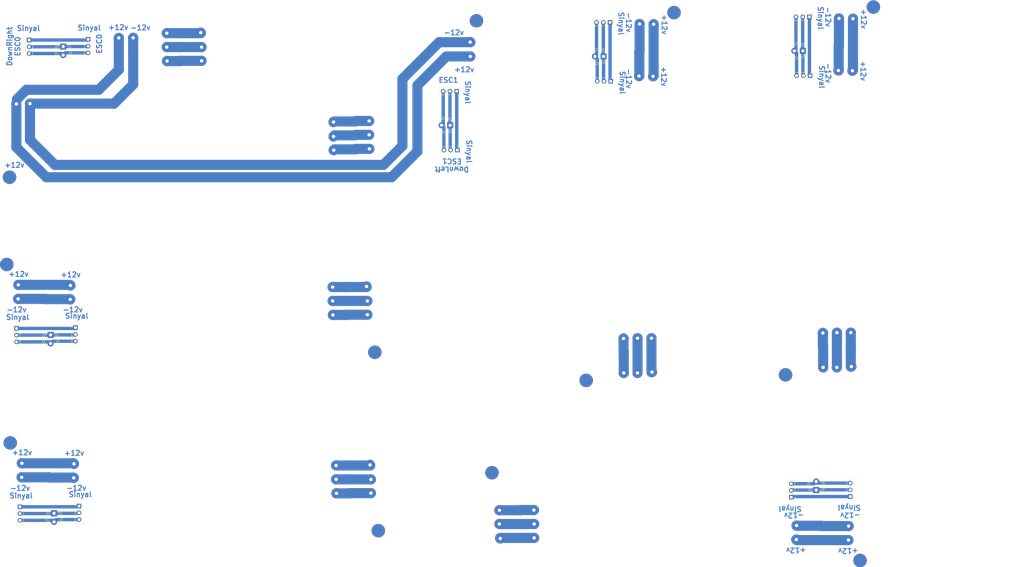
<source format=kicad_pcb>
(kicad_pcb (version 20171130) (host pcbnew "(5.1.6)-1")

  (general
    (thickness 1.6)
    (drawings 47)
    (tracks 261)
    (zones 0)
    (modules 22)
    (nets 1)
  )

  (page A4)
  (layers
    (0 F.Cu signal)
    (31 B.Cu signal)
    (32 B.Adhes user)
    (33 F.Adhes user)
    (34 B.Paste user)
    (35 F.Paste user)
    (36 B.SilkS user)
    (37 F.SilkS user)
    (38 B.Mask user)
    (39 F.Mask user)
    (40 Dwgs.User user)
    (41 Cmts.User user)
    (42 Eco1.User user)
    (43 Eco2.User user)
    (44 Edge.Cuts user)
    (45 Margin user)
    (46 B.CrtYd user)
    (47 F.CrtYd user)
    (48 B.Fab user)
    (49 F.Fab user)
  )

  (setup
    (last_trace_width 3)
    (trace_clearance 0.2)
    (zone_clearance 0.508)
    (zone_45_only no)
    (trace_min 0.2)
    (via_size 1)
    (via_drill 0.4)
    (via_min_size 0.4)
    (via_min_drill 0.3)
    (uvia_size 0.3)
    (uvia_drill 0.1)
    (uvias_allowed no)
    (uvia_min_size 0.2)
    (uvia_min_drill 0.1)
    (edge_width 0.05)
    (segment_width 0.2)
    (pcb_text_width 0.3)
    (pcb_text_size 1.5 1.5)
    (mod_edge_width 0.12)
    (mod_text_size 1 1)
    (mod_text_width 0.15)
    (pad_size 10.16 10.16)
    (pad_drill 3.5)
    (pad_to_mask_clearance 0.05)
    (aux_axis_origin 0 0)
    (visible_elements 7FFFFFFF)
    (pcbplotparams
      (layerselection 0x010fc_ffffffff)
      (usegerberextensions false)
      (usegerberattributes true)
      (usegerberadvancedattributes true)
      (creategerberjobfile true)
      (excludeedgelayer true)
      (linewidth 0.100000)
      (plotframeref false)
      (viasonmask false)
      (mode 1)
      (useauxorigin false)
      (hpglpennumber 1)
      (hpglpenspeed 20)
      (hpglpendiameter 15.000000)
      (psnegative false)
      (psa4output false)
      (plotreference true)
      (plotvalue true)
      (plotinvisibletext false)
      (padsonsilk false)
      (subtractmaskfromsilk false)
      (outputformat 1)
      (mirror false)
      (drillshape 1)
      (scaleselection 1)
      (outputdirectory ""))
  )

  (net 0 "")

  (net_class Default "This is the default net class."
    (clearance 0.2)
    (trace_width 3)
    (via_dia 1)
    (via_drill 0.4)
    (uvia_dia 0.3)
    (uvia_drill 0.1)
  )

  (module Connector_PinHeader_2.00mm:PinHeader_1x03_P2.00mm_Vertical (layer F.Cu) (tedit 59FED667) (tstamp 5F403A49)
    (at 344.67038 166.04742 180)
    (descr "Through hole straight pin header, 1x03, 2.00mm pitch, single row")
    (tags "Through hole pin header THT 1x03 2.00mm single row")
    (fp_text reference REF** (at -0.94996 23.22322) (layer F.SilkS) hide
      (effects (font (size 1 1) (thickness 0.15)))
    )
    (fp_text value PinHeader_1x03_P2.00mm_Vertical (at -3.34772 17.8181) (layer F.Fab) hide
      (effects (font (size 1 1) (thickness 0.15)))
    )
    (fp_line (start 1.5 -1.5) (end -1.5 -1.5) (layer F.CrtYd) (width 0.05))
    (fp_line (start 1.5 5.5) (end 1.5 -1.5) (layer F.CrtYd) (width 0.05))
    (fp_line (start -1.5 5.5) (end 1.5 5.5) (layer F.CrtYd) (width 0.05))
    (fp_line (start -1.5 -1.5) (end -1.5 5.5) (layer F.CrtYd) (width 0.05))
    (fp_line (start -1.06 -1.06) (end 0 -1.06) (layer F.SilkS) (width 0.12))
    (fp_line (start -1.06 0) (end -1.06 -1.06) (layer F.SilkS) (width 0.12))
    (fp_line (start -1.06 1) (end 1.06 1) (layer F.SilkS) (width 0.12))
    (fp_line (start 1.06 1) (end 1.06 5.06) (layer F.SilkS) (width 0.12))
    (fp_line (start -1.06 1) (end -1.06 5.06) (layer F.SilkS) (width 0.12))
    (fp_line (start -1.06 5.06) (end 1.06 5.06) (layer F.SilkS) (width 0.12))
    (fp_line (start -1 -0.5) (end -0.5 -1) (layer F.Fab) (width 0.1))
    (fp_line (start -1 5) (end -1 -0.5) (layer F.Fab) (width 0.1))
    (fp_line (start 1 5) (end -1 5) (layer F.Fab) (width 0.1))
    (fp_line (start 1 -1) (end 1 5) (layer F.Fab) (width 0.1))
    (fp_line (start -0.5 -1) (end 1 -1) (layer F.Fab) (width 0.1))
    (fp_text user %R (at 0 2 90) (layer F.Fab) hide
      (effects (font (size 1 1) (thickness 0.15)))
    )
    (pad 3 thru_hole oval (at 0 4 180) (size 1.35 1.35) (drill 0.8) (layers *.Cu *.Mask))
    (pad 2 thru_hole oval (at 0 2 180) (size 1.35 1.35) (drill 0.8) (layers *.Cu *.Mask))
    (pad 1 thru_hole rect (at 0 0 180) (size 1.35 1.35) (drill 0.8) (layers *.Cu *.Mask))
    (model ${KISYS3DMOD}/Connector_PinHeader_2.00mm.3dshapes/PinHeader_1x03_P2.00mm_Vertical.wrl
      (at (xyz 0 0 0))
      (scale (xyz 1 1 1))
      (rotate (xyz 0 0 0))
    )
  )

  (module Connector_PinHeader_2.00mm:PinHeader_1x03_P2.00mm_Vertical (layer F.Cu) (tedit 59FED667) (tstamp 5F403A33)
    (at 362.12018 165.8493 180)
    (descr "Through hole straight pin header, 1x03, 2.00mm pitch, single row")
    (tags "Through hole pin header THT 1x03 2.00mm single row")
    (fp_text reference "" (at -1.35128 23.71344) (layer F.SilkS) hide
      (effects (font (size 1 1) (thickness 0.15)))
    )
    (fp_text value PinHeader_1x03_P2.00mm_Vertical (at 2.29108 15.70228) (layer F.Fab) hide
      (effects (font (size 1 1) (thickness 0.15)))
    )
    (fp_line (start 1.5 -1.5) (end -1.5 -1.5) (layer F.CrtYd) (width 0.05))
    (fp_line (start 1.5 5.5) (end 1.5 -1.5) (layer F.CrtYd) (width 0.05))
    (fp_line (start -1.5 5.5) (end 1.5 5.5) (layer F.CrtYd) (width 0.05))
    (fp_line (start -1.5 -1.5) (end -1.5 5.5) (layer F.CrtYd) (width 0.05))
    (fp_line (start -1.06 -1.06) (end 0 -1.06) (layer F.SilkS) (width 0.12))
    (fp_line (start -1.06 0) (end -1.06 -1.06) (layer F.SilkS) (width 0.12))
    (fp_line (start -1.06 1) (end 1.06 1) (layer F.SilkS) (width 0.12))
    (fp_line (start 1.06 1) (end 1.06 5.06) (layer F.SilkS) (width 0.12))
    (fp_line (start -1.06 1) (end -1.06 5.06) (layer F.SilkS) (width 0.12))
    (fp_line (start -1.06 5.06) (end 1.06 5.06) (layer F.SilkS) (width 0.12))
    (fp_line (start -1 -0.5) (end -0.5 -1) (layer F.Fab) (width 0.1))
    (fp_line (start -1 5) (end -1 -0.5) (layer F.Fab) (width 0.1))
    (fp_line (start 1 5) (end -1 5) (layer F.Fab) (width 0.1))
    (fp_line (start 1 -1) (end 1 5) (layer F.Fab) (width 0.1))
    (fp_line (start -0.5 -1) (end 1 -1) (layer F.Fab) (width 0.1))
    (fp_text user %R (at 0 2 90) (layer F.Fab) hide
      (effects (font (size 1 1) (thickness 0.15)))
    )
    (pad 3 thru_hole oval (at 0 4 180) (size 1.35 1.35) (drill 0.8) (layers *.Cu *.Mask))
    (pad 2 thru_hole oval (at 0 2 180) (size 1.35 1.35) (drill 0.8) (layers *.Cu *.Mask))
    (pad 1 thru_hole rect (at 0 0 180) (size 1.35 1.35) (drill 0.8) (layers *.Cu *.Mask))
    (model ${KISYS3DMOD}/Connector_PinHeader_2.00mm.3dshapes/PinHeader_1x03_P2.00mm_Vertical.wrl
      (at (xyz 0 0 0))
      (scale (xyz 1 1 1))
      (rotate (xyz 0 0 0))
    )
  )

  (module LED_THT:LED_D4.0mm (layer F.Cu) (tedit 587A3A7B) (tstamp 5F403A21)
    (at 352.04146 163.91636 90)
    (descr "LED, diameter 4.0mm, 2 pins, http://www.kingbright.com/attachments/file/psearch/000/00/00/L-43GD(Ver.12B).pdf")
    (tags "LED diameter 4.0mm 2 pins")
    (fp_text reference REF** (at 22.94382 -0.56134 90) (layer F.SilkS) hide
      (effects (font (size 1 1) (thickness 0.15)))
    )
    (fp_text value LED_D4.0mm (at 17.58696 13.56106 90) (layer F.Fab) hide
      (effects (font (size 1 1) (thickness 0.15)))
    )
    (fp_line (start 4 -2.75) (end -1.45 -2.75) (layer F.CrtYd) (width 0.05))
    (fp_line (start 4 2.75) (end 4 -2.75) (layer F.CrtYd) (width 0.05))
    (fp_line (start -1.45 2.75) (end 4 2.75) (layer F.CrtYd) (width 0.05))
    (fp_line (start -1.45 -2.75) (end -1.45 2.75) (layer F.CrtYd) (width 0.05))
    (fp_line (start -0.79 1.08) (end -0.79 1.399) (layer F.SilkS) (width 0.12))
    (fp_line (start -0.79 -1.399) (end -0.79 -1.08) (layer F.SilkS) (width 0.12))
    (fp_line (start -0.73 -1.32665) (end -0.73 1.32665) (layer F.Fab) (width 0.1))
    (fp_circle (center 1.27 0) (end 3.27 0) (layer F.Fab) (width 0.1))
    (fp_arc (start 1.27 0) (end -0.41333 1.08) (angle -114.6) (layer F.SilkS) (width 0.12))
    (fp_arc (start 1.27 0) (end -0.41333 -1.08) (angle 114.6) (layer F.SilkS) (width 0.12))
    (fp_arc (start 1.27 0) (end -0.79 1.398749) (angle -120.1) (layer F.SilkS) (width 0.12))
    (fp_arc (start 1.27 0) (end -0.79 -1.398749) (angle 120.1) (layer F.SilkS) (width 0.12))
    (fp_arc (start 1.27 0) (end -0.73 -1.32665) (angle 292.9) (layer F.Fab) (width 0.1))
    (pad 2 thru_hole circle (at 2.54 0 90) (size 1.8 1.8) (drill 0.9) (layers *.Cu *.Mask))
    (pad 1 thru_hole rect (at 0 0 90) (size 1.8 1.8) (drill 0.9) (layers *.Cu *.Mask))
    (model ${KISYS3DMOD}/LED_THT.3dshapes/LED_D4.0mm.wrl
      (at (xyz 0 0 0))
      (scale (xyz 1 1 1))
      (rotate (xyz 0 0 0))
    )
  )

  (module LED_THT:LED_D4.0mm (layer F.Cu) (tedit 587A3A7B) (tstamp 5F403993)
    (at 348.09938 33.72358 180)
    (descr "LED, diameter 4.0mm, 2 pins, http://www.kingbright.com/attachments/file/psearch/000/00/00/L-43GD(Ver.12B).pdf")
    (tags "LED diameter 4.0mm 2 pins")
    (fp_text reference REF** (at 22.94382 -0.56134) (layer F.SilkS) hide
      (effects (font (size 1 1) (thickness 0.15)))
    )
    (fp_text value LED_D4.0mm (at 17.58696 13.56106) (layer F.Fab) hide
      (effects (font (size 1 1) (thickness 0.15)))
    )
    (fp_arc (start 1.27 0) (end -0.73 -1.32665) (angle 292.9) (layer F.Fab) (width 0.1))
    (fp_arc (start 1.27 0) (end -0.79 -1.398749) (angle 120.1) (layer F.SilkS) (width 0.12))
    (fp_arc (start 1.27 0) (end -0.79 1.398749) (angle -120.1) (layer F.SilkS) (width 0.12))
    (fp_arc (start 1.27 0) (end -0.41333 -1.08) (angle 114.6) (layer F.SilkS) (width 0.12))
    (fp_arc (start 1.27 0) (end -0.41333 1.08) (angle -114.6) (layer F.SilkS) (width 0.12))
    (fp_circle (center 1.27 0) (end 3.27 0) (layer F.Fab) (width 0.1))
    (fp_line (start -0.73 -1.32665) (end -0.73 1.32665) (layer F.Fab) (width 0.1))
    (fp_line (start -0.79 -1.399) (end -0.79 -1.08) (layer F.SilkS) (width 0.12))
    (fp_line (start -0.79 1.08) (end -0.79 1.399) (layer F.SilkS) (width 0.12))
    (fp_line (start -1.45 -2.75) (end -1.45 2.75) (layer F.CrtYd) (width 0.05))
    (fp_line (start -1.45 2.75) (end 4 2.75) (layer F.CrtYd) (width 0.05))
    (fp_line (start 4 2.75) (end 4 -2.75) (layer F.CrtYd) (width 0.05))
    (fp_line (start 4 -2.75) (end -1.45 -2.75) (layer F.CrtYd) (width 0.05))
    (pad 1 thru_hole rect (at 0 0 180) (size 1.8 1.8) (drill 0.9) (layers *.Cu *.Mask))
    (pad 2 thru_hole circle (at 2.54 0 180) (size 1.8 1.8) (drill 0.9) (layers *.Cu *.Mask))
    (model ${KISYS3DMOD}/LED_THT.3dshapes/LED_D4.0mm.wrl
      (at (xyz 0 0 0))
      (scale (xyz 1 1 1))
      (rotate (xyz 0 0 0))
    )
  )

  (module Connector_PinHeader_2.00mm:PinHeader_1x03_P2.00mm_Vertical (layer F.Cu) (tedit 59FED667) (tstamp 5F40397D)
    (at 350.23044 41.09466 270)
    (descr "Through hole straight pin header, 1x03, 2.00mm pitch, single row")
    (tags "Through hole pin header THT 1x03 2.00mm single row")
    (fp_text reference REF** (at -0.94996 23.22322 90) (layer F.SilkS) hide
      (effects (font (size 1 1) (thickness 0.15)))
    )
    (fp_text value PinHeader_1x03_P2.00mm_Vertical (at -3.34772 17.8181 90) (layer F.Fab) hide
      (effects (font (size 1 1) (thickness 0.15)))
    )
    (fp_text user %R (at 0 2) (layer F.Fab) hide
      (effects (font (size 1 1) (thickness 0.15)))
    )
    (fp_line (start -0.5 -1) (end 1 -1) (layer F.Fab) (width 0.1))
    (fp_line (start 1 -1) (end 1 5) (layer F.Fab) (width 0.1))
    (fp_line (start 1 5) (end -1 5) (layer F.Fab) (width 0.1))
    (fp_line (start -1 5) (end -1 -0.5) (layer F.Fab) (width 0.1))
    (fp_line (start -1 -0.5) (end -0.5 -1) (layer F.Fab) (width 0.1))
    (fp_line (start -1.06 5.06) (end 1.06 5.06) (layer F.SilkS) (width 0.12))
    (fp_line (start -1.06 1) (end -1.06 5.06) (layer F.SilkS) (width 0.12))
    (fp_line (start 1.06 1) (end 1.06 5.06) (layer F.SilkS) (width 0.12))
    (fp_line (start -1.06 1) (end 1.06 1) (layer F.SilkS) (width 0.12))
    (fp_line (start -1.06 0) (end -1.06 -1.06) (layer F.SilkS) (width 0.12))
    (fp_line (start -1.06 -1.06) (end 0 -1.06) (layer F.SilkS) (width 0.12))
    (fp_line (start -1.5 -1.5) (end -1.5 5.5) (layer F.CrtYd) (width 0.05))
    (fp_line (start -1.5 5.5) (end 1.5 5.5) (layer F.CrtYd) (width 0.05))
    (fp_line (start 1.5 5.5) (end 1.5 -1.5) (layer F.CrtYd) (width 0.05))
    (fp_line (start 1.5 -1.5) (end -1.5 -1.5) (layer F.CrtYd) (width 0.05))
    (pad 1 thru_hole rect (at 0 0 270) (size 1.35 1.35) (drill 0.8) (layers *.Cu *.Mask))
    (pad 2 thru_hole oval (at 0 2 270) (size 1.35 1.35) (drill 0.8) (layers *.Cu *.Mask))
    (pad 3 thru_hole oval (at 0 4 270) (size 1.35 1.35) (drill 0.8) (layers *.Cu *.Mask))
    (model ${KISYS3DMOD}/Connector_PinHeader_2.00mm.3dshapes/PinHeader_1x03_P2.00mm_Vertical.wrl
      (at (xyz 0 0 0))
      (scale (xyz 1 1 1))
      (rotate (xyz 0 0 0))
    )
  )

  (module Connector_PinHeader_2.00mm:PinHeader_1x03_P2.00mm_Vertical (layer F.Cu) (tedit 59FED667) (tstamp 5F403967)
    (at 350.03232 23.64486 270)
    (descr "Through hole straight pin header, 1x03, 2.00mm pitch, single row")
    (tags "Through hole pin header THT 1x03 2.00mm single row")
    (fp_text reference "" (at -1.35128 23.71344 90) (layer F.SilkS) hide
      (effects (font (size 1 1) (thickness 0.15)))
    )
    (fp_text value PinHeader_1x03_P2.00mm_Vertical (at 2.29108 15.70228 90) (layer F.Fab) hide
      (effects (font (size 1 1) (thickness 0.15)))
    )
    (fp_text user %R (at 0 2) (layer F.Fab) hide
      (effects (font (size 1 1) (thickness 0.15)))
    )
    (fp_line (start -0.5 -1) (end 1 -1) (layer F.Fab) (width 0.1))
    (fp_line (start 1 -1) (end 1 5) (layer F.Fab) (width 0.1))
    (fp_line (start 1 5) (end -1 5) (layer F.Fab) (width 0.1))
    (fp_line (start -1 5) (end -1 -0.5) (layer F.Fab) (width 0.1))
    (fp_line (start -1 -0.5) (end -0.5 -1) (layer F.Fab) (width 0.1))
    (fp_line (start -1.06 5.06) (end 1.06 5.06) (layer F.SilkS) (width 0.12))
    (fp_line (start -1.06 1) (end -1.06 5.06) (layer F.SilkS) (width 0.12))
    (fp_line (start 1.06 1) (end 1.06 5.06) (layer F.SilkS) (width 0.12))
    (fp_line (start -1.06 1) (end 1.06 1) (layer F.SilkS) (width 0.12))
    (fp_line (start -1.06 0) (end -1.06 -1.06) (layer F.SilkS) (width 0.12))
    (fp_line (start -1.06 -1.06) (end 0 -1.06) (layer F.SilkS) (width 0.12))
    (fp_line (start -1.5 -1.5) (end -1.5 5.5) (layer F.CrtYd) (width 0.05))
    (fp_line (start -1.5 5.5) (end 1.5 5.5) (layer F.CrtYd) (width 0.05))
    (fp_line (start 1.5 5.5) (end 1.5 -1.5) (layer F.CrtYd) (width 0.05))
    (fp_line (start 1.5 -1.5) (end -1.5 -1.5) (layer F.CrtYd) (width 0.05))
    (pad 1 thru_hole rect (at 0 0 270) (size 1.35 1.35) (drill 0.8) (layers *.Cu *.Mask))
    (pad 2 thru_hole oval (at 0 2 270) (size 1.35 1.35) (drill 0.8) (layers *.Cu *.Mask))
    (pad 3 thru_hole oval (at 0 4 270) (size 1.35 1.35) (drill 0.8) (layers *.Cu *.Mask))
    (model ${KISYS3DMOD}/Connector_PinHeader_2.00mm.3dshapes/PinHeader_1x03_P2.00mm_Vertical.wrl
      (at (xyz 0 0 0))
      (scale (xyz 1 1 1))
      (rotate (xyz 0 0 0))
    )
  )

  (module LED_THT:LED_D4.0mm (layer F.Cu) (tedit 587A3A7B) (tstamp 5F4036FC)
    (at 289.052 35.37204 180)
    (descr "LED, diameter 4.0mm, 2 pins, http://www.kingbright.com/attachments/file/psearch/000/00/00/L-43GD(Ver.12B).pdf")
    (tags "LED diameter 4.0mm 2 pins")
    (fp_text reference REF** (at 22.94382 -0.56134) (layer F.SilkS) hide
      (effects (font (size 1 1) (thickness 0.15)))
    )
    (fp_text value LED_D4.0mm (at 17.58696 13.56106) (layer F.Fab) hide
      (effects (font (size 1 1) (thickness 0.15)))
    )
    (fp_line (start 4 -2.75) (end -1.45 -2.75) (layer F.CrtYd) (width 0.05))
    (fp_line (start 4 2.75) (end 4 -2.75) (layer F.CrtYd) (width 0.05))
    (fp_line (start -1.45 2.75) (end 4 2.75) (layer F.CrtYd) (width 0.05))
    (fp_line (start -1.45 -2.75) (end -1.45 2.75) (layer F.CrtYd) (width 0.05))
    (fp_line (start -0.79 1.08) (end -0.79 1.399) (layer F.SilkS) (width 0.12))
    (fp_line (start -0.79 -1.399) (end -0.79 -1.08) (layer F.SilkS) (width 0.12))
    (fp_line (start -0.73 -1.32665) (end -0.73 1.32665) (layer F.Fab) (width 0.1))
    (fp_circle (center 1.27 0) (end 3.27 0) (layer F.Fab) (width 0.1))
    (fp_arc (start 1.27 0) (end -0.41333 1.08) (angle -114.6) (layer F.SilkS) (width 0.12))
    (fp_arc (start 1.27 0) (end -0.41333 -1.08) (angle 114.6) (layer F.SilkS) (width 0.12))
    (fp_arc (start 1.27 0) (end -0.79 1.398749) (angle -120.1) (layer F.SilkS) (width 0.12))
    (fp_arc (start 1.27 0) (end -0.79 -1.398749) (angle 120.1) (layer F.SilkS) (width 0.12))
    (fp_arc (start 1.27 0) (end -0.73 -1.32665) (angle 292.9) (layer F.Fab) (width 0.1))
    (pad 2 thru_hole circle (at 2.54 0 180) (size 1.8 1.8) (drill 0.9) (layers *.Cu *.Mask))
    (pad 1 thru_hole rect (at 0 0 180) (size 1.8 1.8) (drill 0.9) (layers *.Cu *.Mask))
    (model ${KISYS3DMOD}/LED_THT.3dshapes/LED_D4.0mm.wrl
      (at (xyz 0 0 0))
      (scale (xyz 1 1 1))
      (rotate (xyz 0 0 0))
    )
  )

  (module Connector_PinHeader_2.00mm:PinHeader_1x03_P2.00mm_Vertical (layer F.Cu) (tedit 59FED667) (tstamp 5F4036E6)
    (at 290.98494 25.29332 270)
    (descr "Through hole straight pin header, 1x03, 2.00mm pitch, single row")
    (tags "Through hole pin header THT 1x03 2.00mm single row")
    (fp_text reference "" (at -1.35128 23.71344 90) (layer F.SilkS) hide
      (effects (font (size 1 1) (thickness 0.15)))
    )
    (fp_text value PinHeader_1x03_P2.00mm_Vertical (at 2.29108 15.70228 90) (layer F.Fab) hide
      (effects (font (size 1 1) (thickness 0.15)))
    )
    (fp_line (start 1.5 -1.5) (end -1.5 -1.5) (layer F.CrtYd) (width 0.05))
    (fp_line (start 1.5 5.5) (end 1.5 -1.5) (layer F.CrtYd) (width 0.05))
    (fp_line (start -1.5 5.5) (end 1.5 5.5) (layer F.CrtYd) (width 0.05))
    (fp_line (start -1.5 -1.5) (end -1.5 5.5) (layer F.CrtYd) (width 0.05))
    (fp_line (start -1.06 -1.06) (end 0 -1.06) (layer F.SilkS) (width 0.12))
    (fp_line (start -1.06 0) (end -1.06 -1.06) (layer F.SilkS) (width 0.12))
    (fp_line (start -1.06 1) (end 1.06 1) (layer F.SilkS) (width 0.12))
    (fp_line (start 1.06 1) (end 1.06 5.06) (layer F.SilkS) (width 0.12))
    (fp_line (start -1.06 1) (end -1.06 5.06) (layer F.SilkS) (width 0.12))
    (fp_line (start -1.06 5.06) (end 1.06 5.06) (layer F.SilkS) (width 0.12))
    (fp_line (start -1 -0.5) (end -0.5 -1) (layer F.Fab) (width 0.1))
    (fp_line (start -1 5) (end -1 -0.5) (layer F.Fab) (width 0.1))
    (fp_line (start 1 5) (end -1 5) (layer F.Fab) (width 0.1))
    (fp_line (start 1 -1) (end 1 5) (layer F.Fab) (width 0.1))
    (fp_line (start -0.5 -1) (end 1 -1) (layer F.Fab) (width 0.1))
    (fp_text user %R (at 0 2) (layer F.Fab) hide
      (effects (font (size 1 1) (thickness 0.15)))
    )
    (pad 3 thru_hole oval (at 0 4 270) (size 1.35 1.35) (drill 0.8) (layers *.Cu *.Mask))
    (pad 2 thru_hole oval (at 0 2 270) (size 1.35 1.35) (drill 0.8) (layers *.Cu *.Mask))
    (pad 1 thru_hole rect (at 0 0 270) (size 1.35 1.35) (drill 0.8) (layers *.Cu *.Mask))
    (model ${KISYS3DMOD}/Connector_PinHeader_2.00mm.3dshapes/PinHeader_1x03_P2.00mm_Vertical.wrl
      (at (xyz 0 0 0))
      (scale (xyz 1 1 1))
      (rotate (xyz 0 0 0))
    )
  )

  (module Connector_PinHeader_2.00mm:PinHeader_1x03_P2.00mm_Vertical (layer F.Cu) (tedit 59FED667) (tstamp 5F4036D0)
    (at 291.18306 42.74312 270)
    (descr "Through hole straight pin header, 1x03, 2.00mm pitch, single row")
    (tags "Through hole pin header THT 1x03 2.00mm single row")
    (fp_text reference REF** (at -0.94996 23.22322 90) (layer F.SilkS) hide
      (effects (font (size 1 1) (thickness 0.15)))
    )
    (fp_text value PinHeader_1x03_P2.00mm_Vertical (at -3.34772 17.8181 90) (layer F.Fab) hide
      (effects (font (size 1 1) (thickness 0.15)))
    )
    (fp_line (start 1.5 -1.5) (end -1.5 -1.5) (layer F.CrtYd) (width 0.05))
    (fp_line (start 1.5 5.5) (end 1.5 -1.5) (layer F.CrtYd) (width 0.05))
    (fp_line (start -1.5 5.5) (end 1.5 5.5) (layer F.CrtYd) (width 0.05))
    (fp_line (start -1.5 -1.5) (end -1.5 5.5) (layer F.CrtYd) (width 0.05))
    (fp_line (start -1.06 -1.06) (end 0 -1.06) (layer F.SilkS) (width 0.12))
    (fp_line (start -1.06 0) (end -1.06 -1.06) (layer F.SilkS) (width 0.12))
    (fp_line (start -1.06 1) (end 1.06 1) (layer F.SilkS) (width 0.12))
    (fp_line (start 1.06 1) (end 1.06 5.06) (layer F.SilkS) (width 0.12))
    (fp_line (start -1.06 1) (end -1.06 5.06) (layer F.SilkS) (width 0.12))
    (fp_line (start -1.06 5.06) (end 1.06 5.06) (layer F.SilkS) (width 0.12))
    (fp_line (start -1 -0.5) (end -0.5 -1) (layer F.Fab) (width 0.1))
    (fp_line (start -1 5) (end -1 -0.5) (layer F.Fab) (width 0.1))
    (fp_line (start 1 5) (end -1 5) (layer F.Fab) (width 0.1))
    (fp_line (start 1 -1) (end 1 5) (layer F.Fab) (width 0.1))
    (fp_line (start -0.5 -1) (end 1 -1) (layer F.Fab) (width 0.1))
    (fp_text user %R (at 0 2) (layer F.Fab) hide
      (effects (font (size 1 1) (thickness 0.15)))
    )
    (pad 3 thru_hole oval (at 0 4 270) (size 1.35 1.35) (drill 0.8) (layers *.Cu *.Mask))
    (pad 2 thru_hole oval (at 0 2 270) (size 1.35 1.35) (drill 0.8) (layers *.Cu *.Mask))
    (pad 1 thru_hole rect (at 0 0 270) (size 1.35 1.35) (drill 0.8) (layers *.Cu *.Mask))
    (model ${KISYS3DMOD}/Connector_PinHeader_2.00mm.3dshapes/PinHeader_1x03_P2.00mm_Vertical.wrl
      (at (xyz 0 0 0))
      (scale (xyz 1 1 1))
      (rotate (xyz 0 0 0))
    )
  )

  (module Connector_PinHeader_2.00mm:PinHeader_1x03_P2.00mm_Vertical (layer F.Cu) (tedit 59FED667) (tstamp 5F401707)
    (at 133.68782 168.68394)
    (descr "Through hole straight pin header, 1x03, 2.00mm pitch, single row")
    (tags "Through hole pin header THT 1x03 2.00mm single row")
    (fp_text reference REF** (at -0.94996 23.22322) (layer F.SilkS) hide
      (effects (font (size 1 1) (thickness 0.15)))
    )
    (fp_text value PinHeader_1x03_P2.00mm_Vertical (at -3.34772 17.8181) (layer F.Fab) hide
      (effects (font (size 1 1) (thickness 0.15)))
    )
    (fp_text user %R (at 0 2 90) (layer F.Fab) hide
      (effects (font (size 1 1) (thickness 0.15)))
    )
    (fp_line (start -0.5 -1) (end 1 -1) (layer F.Fab) (width 0.1))
    (fp_line (start 1 -1) (end 1 5) (layer F.Fab) (width 0.1))
    (fp_line (start 1 5) (end -1 5) (layer F.Fab) (width 0.1))
    (fp_line (start -1 5) (end -1 -0.5) (layer F.Fab) (width 0.1))
    (fp_line (start -1 -0.5) (end -0.5 -1) (layer F.Fab) (width 0.1))
    (fp_line (start -1.06 5.06) (end 1.06 5.06) (layer F.SilkS) (width 0.12))
    (fp_line (start -1.06 1) (end -1.06 5.06) (layer F.SilkS) (width 0.12))
    (fp_line (start 1.06 1) (end 1.06 5.06) (layer F.SilkS) (width 0.12))
    (fp_line (start -1.06 1) (end 1.06 1) (layer F.SilkS) (width 0.12))
    (fp_line (start -1.06 0) (end -1.06 -1.06) (layer F.SilkS) (width 0.12))
    (fp_line (start -1.06 -1.06) (end 0 -1.06) (layer F.SilkS) (width 0.12))
    (fp_line (start -1.5 -1.5) (end -1.5 5.5) (layer F.CrtYd) (width 0.05))
    (fp_line (start -1.5 5.5) (end 1.5 5.5) (layer F.CrtYd) (width 0.05))
    (fp_line (start 1.5 5.5) (end 1.5 -1.5) (layer F.CrtYd) (width 0.05))
    (fp_line (start 1.5 -1.5) (end -1.5 -1.5) (layer F.CrtYd) (width 0.05))
    (pad 1 thru_hole rect (at 0 0) (size 1.35 1.35) (drill 0.8) (layers *.Cu *.Mask))
    (pad 2 thru_hole oval (at 0 2) (size 1.35 1.35) (drill 0.8) (layers *.Cu *.Mask))
    (pad 3 thru_hole oval (at 0 4) (size 1.35 1.35) (drill 0.8) (layers *.Cu *.Mask))
    (model ${KISYS3DMOD}/Connector_PinHeader_2.00mm.3dshapes/PinHeader_1x03_P2.00mm_Vertical.wrl
      (at (xyz 0 0 0))
      (scale (xyz 1 1 1))
      (rotate (xyz 0 0 0))
    )
  )

  (module LED_THT:LED_D4.0mm (layer F.Cu) (tedit 587A3A7B) (tstamp 5F4016F5)
    (at 126.31674 170.815 270)
    (descr "LED, diameter 4.0mm, 2 pins, http://www.kingbright.com/attachments/file/psearch/000/00/00/L-43GD(Ver.12B).pdf")
    (tags "LED diameter 4.0mm 2 pins")
    (fp_text reference REF** (at 22.94382 -0.56134 90) (layer F.SilkS) hide
      (effects (font (size 1 1) (thickness 0.15)))
    )
    (fp_text value LED_D4.0mm (at 17.58696 13.56106 90) (layer F.Fab) hide
      (effects (font (size 1 1) (thickness 0.15)))
    )
    (fp_arc (start 1.27 0) (end -0.73 -1.32665) (angle 292.9) (layer F.Fab) (width 0.1))
    (fp_arc (start 1.27 0) (end -0.79 -1.398749) (angle 120.1) (layer F.SilkS) (width 0.12))
    (fp_arc (start 1.27 0) (end -0.79 1.398749) (angle -120.1) (layer F.SilkS) (width 0.12))
    (fp_arc (start 1.27 0) (end -0.41333 -1.08) (angle 114.6) (layer F.SilkS) (width 0.12))
    (fp_arc (start 1.27 0) (end -0.41333 1.08) (angle -114.6) (layer F.SilkS) (width 0.12))
    (fp_circle (center 1.27 0) (end 3.27 0) (layer F.Fab) (width 0.1))
    (fp_line (start -0.73 -1.32665) (end -0.73 1.32665) (layer F.Fab) (width 0.1))
    (fp_line (start -0.79 -1.399) (end -0.79 -1.08) (layer F.SilkS) (width 0.12))
    (fp_line (start -0.79 1.08) (end -0.79 1.399) (layer F.SilkS) (width 0.12))
    (fp_line (start -1.45 -2.75) (end -1.45 2.75) (layer F.CrtYd) (width 0.05))
    (fp_line (start -1.45 2.75) (end 4 2.75) (layer F.CrtYd) (width 0.05))
    (fp_line (start 4 2.75) (end 4 -2.75) (layer F.CrtYd) (width 0.05))
    (fp_line (start 4 -2.75) (end -1.45 -2.75) (layer F.CrtYd) (width 0.05))
    (pad 1 thru_hole rect (at 0 0 270) (size 1.8 1.8) (drill 0.9) (layers *.Cu *.Mask))
    (pad 2 thru_hole circle (at 2.54 0 270) (size 1.8 1.8) (drill 0.9) (layers *.Cu *.Mask))
    (model ${KISYS3DMOD}/LED_THT.3dshapes/LED_D4.0mm.wrl
      (at (xyz 0 0 0))
      (scale (xyz 1 1 1))
      (rotate (xyz 0 0 0))
    )
  )

  (module Connector_PinHeader_2.00mm:PinHeader_1x03_P2.00mm_Vertical (layer F.Cu) (tedit 59FED667) (tstamp 5F4016DF)
    (at 116.23802 168.88206)
    (descr "Through hole straight pin header, 1x03, 2.00mm pitch, single row")
    (tags "Through hole pin header THT 1x03 2.00mm single row")
    (fp_text reference "" (at -1.35128 23.71344) (layer F.SilkS) hide
      (effects (font (size 1 1) (thickness 0.15)))
    )
    (fp_text value PinHeader_1x03_P2.00mm_Vertical (at 2.29108 15.70228) (layer F.Fab) hide
      (effects (font (size 1 1) (thickness 0.15)))
    )
    (fp_text user %R (at 0 2 90) (layer F.Fab) hide
      (effects (font (size 1 1) (thickness 0.15)))
    )
    (fp_line (start -0.5 -1) (end 1 -1) (layer F.Fab) (width 0.1))
    (fp_line (start 1 -1) (end 1 5) (layer F.Fab) (width 0.1))
    (fp_line (start 1 5) (end -1 5) (layer F.Fab) (width 0.1))
    (fp_line (start -1 5) (end -1 -0.5) (layer F.Fab) (width 0.1))
    (fp_line (start -1 -0.5) (end -0.5 -1) (layer F.Fab) (width 0.1))
    (fp_line (start -1.06 5.06) (end 1.06 5.06) (layer F.SilkS) (width 0.12))
    (fp_line (start -1.06 1) (end -1.06 5.06) (layer F.SilkS) (width 0.12))
    (fp_line (start 1.06 1) (end 1.06 5.06) (layer F.SilkS) (width 0.12))
    (fp_line (start -1.06 1) (end 1.06 1) (layer F.SilkS) (width 0.12))
    (fp_line (start -1.06 0) (end -1.06 -1.06) (layer F.SilkS) (width 0.12))
    (fp_line (start -1.06 -1.06) (end 0 -1.06) (layer F.SilkS) (width 0.12))
    (fp_line (start -1.5 -1.5) (end -1.5 5.5) (layer F.CrtYd) (width 0.05))
    (fp_line (start -1.5 5.5) (end 1.5 5.5) (layer F.CrtYd) (width 0.05))
    (fp_line (start 1.5 5.5) (end 1.5 -1.5) (layer F.CrtYd) (width 0.05))
    (fp_line (start 1.5 -1.5) (end -1.5 -1.5) (layer F.CrtYd) (width 0.05))
    (pad 1 thru_hole rect (at 0 0) (size 1.35 1.35) (drill 0.8) (layers *.Cu *.Mask))
    (pad 2 thru_hole oval (at 0 2) (size 1.35 1.35) (drill 0.8) (layers *.Cu *.Mask))
    (pad 3 thru_hole oval (at 0 4) (size 1.35 1.35) (drill 0.8) (layers *.Cu *.Mask))
    (model ${KISYS3DMOD}/Connector_PinHeader_2.00mm.3dshapes/PinHeader_1x03_P2.00mm_Vertical.wrl
      (at (xyz 0 0 0))
      (scale (xyz 1 1 1))
      (rotate (xyz 0 0 0))
    )
  )

  (module LED_THT:LED_D4.0mm (layer F.Cu) (tedit 587A3A7B) (tstamp 5F42CD9F)
    (at 125.28296 117.92458 270)
    (descr "LED, diameter 4.0mm, 2 pins, http://www.kingbright.com/attachments/file/psearch/000/00/00/L-43GD(Ver.12B).pdf")
    (tags "LED diameter 4.0mm 2 pins")
    (fp_text reference REF** (at 22.94382 -0.56134 90) (layer F.SilkS) hide
      (effects (font (size 1 1) (thickness 0.15)))
    )
    (fp_text value LED_D4.0mm (at 17.58696 13.56106 90) (layer F.Fab) hide
      (effects (font (size 1 1) (thickness 0.15)))
    )
    (fp_line (start 4 -2.75) (end -1.45 -2.75) (layer F.CrtYd) (width 0.05))
    (fp_line (start 4 2.75) (end 4 -2.75) (layer F.CrtYd) (width 0.05))
    (fp_line (start -1.45 2.75) (end 4 2.75) (layer F.CrtYd) (width 0.05))
    (fp_line (start -1.45 -2.75) (end -1.45 2.75) (layer F.CrtYd) (width 0.05))
    (fp_line (start -0.79 1.08) (end -0.79 1.399) (layer F.SilkS) (width 0.12))
    (fp_line (start -0.79 -1.399) (end -0.79 -1.08) (layer F.SilkS) (width 0.12))
    (fp_line (start -0.73 -1.32665) (end -0.73 1.32665) (layer F.Fab) (width 0.1))
    (fp_circle (center 1.27 0) (end 3.27 0) (layer F.Fab) (width 0.1))
    (fp_arc (start 1.27 0) (end -0.41333 1.08) (angle -114.6) (layer F.SilkS) (width 0.12))
    (fp_arc (start 1.27 0) (end -0.41333 -1.08) (angle 114.6) (layer F.SilkS) (width 0.12))
    (fp_arc (start 1.27 0) (end -0.79 1.398749) (angle -120.1) (layer F.SilkS) (width 0.12))
    (fp_arc (start 1.27 0) (end -0.79 -1.398749) (angle 120.1) (layer F.SilkS) (width 0.12))
    (fp_arc (start 1.27 0) (end -0.73 -1.32665) (angle 292.9) (layer F.Fab) (width 0.1))
    (pad 2 thru_hole circle (at 2.54 0 270) (size 1.8 1.8) (drill 0.9) (layers *.Cu *.Mask))
    (pad 1 thru_hole rect (at 0 0 270) (size 1.8 1.8) (drill 0.9) (layers *.Cu *.Mask))
    (model ${KISYS3DMOD}/LED_THT.3dshapes/LED_D4.0mm.wrl
      (at (xyz 0 0 0))
      (scale (xyz 1 1 1))
      (rotate (xyz 0 0 0))
    )
  )

  (module Connector_PinHeader_2.00mm:PinHeader_1x03_P2.00mm_Vertical (layer F.Cu) (tedit 59FED667) (tstamp 5F42CD89)
    (at 115.20424 115.99164)
    (descr "Through hole straight pin header, 1x03, 2.00mm pitch, single row")
    (tags "Through hole pin header THT 1x03 2.00mm single row")
    (fp_text reference "" (at -1.35128 23.71344) (layer F.SilkS) hide
      (effects (font (size 1 1) (thickness 0.15)))
    )
    (fp_text value PinHeader_1x03_P2.00mm_Vertical (at 2.29108 15.70228) (layer F.Fab) hide
      (effects (font (size 1 1) (thickness 0.15)))
    )
    (fp_line (start 1.5 -1.5) (end -1.5 -1.5) (layer F.CrtYd) (width 0.05))
    (fp_line (start 1.5 5.5) (end 1.5 -1.5) (layer F.CrtYd) (width 0.05))
    (fp_line (start -1.5 5.5) (end 1.5 5.5) (layer F.CrtYd) (width 0.05))
    (fp_line (start -1.5 -1.5) (end -1.5 5.5) (layer F.CrtYd) (width 0.05))
    (fp_line (start -1.06 -1.06) (end 0 -1.06) (layer F.SilkS) (width 0.12))
    (fp_line (start -1.06 0) (end -1.06 -1.06) (layer F.SilkS) (width 0.12))
    (fp_line (start -1.06 1) (end 1.06 1) (layer F.SilkS) (width 0.12))
    (fp_line (start 1.06 1) (end 1.06 5.06) (layer F.SilkS) (width 0.12))
    (fp_line (start -1.06 1) (end -1.06 5.06) (layer F.SilkS) (width 0.12))
    (fp_line (start -1.06 5.06) (end 1.06 5.06) (layer F.SilkS) (width 0.12))
    (fp_line (start -1 -0.5) (end -0.5 -1) (layer F.Fab) (width 0.1))
    (fp_line (start -1 5) (end -1 -0.5) (layer F.Fab) (width 0.1))
    (fp_line (start 1 5) (end -1 5) (layer F.Fab) (width 0.1))
    (fp_line (start 1 -1) (end 1 5) (layer F.Fab) (width 0.1))
    (fp_line (start -0.5 -1) (end 1 -1) (layer F.Fab) (width 0.1))
    (fp_text user %R (at 0 2 90) (layer F.Fab) hide
      (effects (font (size 1 1) (thickness 0.15)))
    )
    (pad 3 thru_hole oval (at 0 4) (size 1.35 1.35) (drill 0.8) (layers *.Cu *.Mask))
    (pad 2 thru_hole oval (at 0 2) (size 1.35 1.35) (drill 0.8) (layers *.Cu *.Mask))
    (pad 1 thru_hole rect (at 0 0) (size 1.35 1.35) (drill 0.8) (layers *.Cu *.Mask))
    (model ${KISYS3DMOD}/Connector_PinHeader_2.00mm.3dshapes/PinHeader_1x03_P2.00mm_Vertical.wrl
      (at (xyz 0 0 0))
      (scale (xyz 1 1 1))
      (rotate (xyz 0 0 0))
    )
  )

  (module Connector_PinHeader_2.00mm:PinHeader_1x03_P2.00mm_Vertical (layer F.Cu) (tedit 59FED667) (tstamp 5F42CD73)
    (at 132.65404 115.79352)
    (descr "Through hole straight pin header, 1x03, 2.00mm pitch, single row")
    (tags "Through hole pin header THT 1x03 2.00mm single row")
    (fp_text reference REF** (at -0.94996 23.22322) (layer F.SilkS) hide
      (effects (font (size 1 1) (thickness 0.15)))
    )
    (fp_text value PinHeader_1x03_P2.00mm_Vertical (at -3.34772 17.8181) (layer F.Fab) hide
      (effects (font (size 1 1) (thickness 0.15)))
    )
    (fp_line (start 1.5 -1.5) (end -1.5 -1.5) (layer F.CrtYd) (width 0.05))
    (fp_line (start 1.5 5.5) (end 1.5 -1.5) (layer F.CrtYd) (width 0.05))
    (fp_line (start -1.5 5.5) (end 1.5 5.5) (layer F.CrtYd) (width 0.05))
    (fp_line (start -1.5 -1.5) (end -1.5 5.5) (layer F.CrtYd) (width 0.05))
    (fp_line (start -1.06 -1.06) (end 0 -1.06) (layer F.SilkS) (width 0.12))
    (fp_line (start -1.06 0) (end -1.06 -1.06) (layer F.SilkS) (width 0.12))
    (fp_line (start -1.06 1) (end 1.06 1) (layer F.SilkS) (width 0.12))
    (fp_line (start 1.06 1) (end 1.06 5.06) (layer F.SilkS) (width 0.12))
    (fp_line (start -1.06 1) (end -1.06 5.06) (layer F.SilkS) (width 0.12))
    (fp_line (start -1.06 5.06) (end 1.06 5.06) (layer F.SilkS) (width 0.12))
    (fp_line (start -1 -0.5) (end -0.5 -1) (layer F.Fab) (width 0.1))
    (fp_line (start -1 5) (end -1 -0.5) (layer F.Fab) (width 0.1))
    (fp_line (start 1 5) (end -1 5) (layer F.Fab) (width 0.1))
    (fp_line (start 1 -1) (end 1 5) (layer F.Fab) (width 0.1))
    (fp_line (start -0.5 -1) (end 1 -1) (layer F.Fab) (width 0.1))
    (fp_text user %R (at 0 2 90) (layer F.Fab) hide
      (effects (font (size 1 1) (thickness 0.15)))
    )
    (pad 3 thru_hole oval (at 0 4) (size 1.35 1.35) (drill 0.8) (layers *.Cu *.Mask))
    (pad 2 thru_hole oval (at 0 2) (size 1.35 1.35) (drill 0.8) (layers *.Cu *.Mask))
    (pad 1 thru_hole rect (at 0 0) (size 1.35 1.35) (drill 0.8) (layers *.Cu *.Mask))
    (model ${KISYS3DMOD}/Connector_PinHeader_2.00mm.3dshapes/PinHeader_1x03_P2.00mm_Vertical.wrl
      (at (xyz 0 0 0))
      (scale (xyz 1 1 1))
      (rotate (xyz 0 0 0))
    )
  )

  (module Connector_PinHeader_2.00mm:PinHeader_1x03_P2.00mm_Vertical (layer F.Cu) (tedit 59FED667) (tstamp 5F42C176)
    (at 118.94058 30.51302)
    (descr "Through hole straight pin header, 1x03, 2.00mm pitch, single row")
    (tags "Through hole pin header THT 1x03 2.00mm single row")
    (fp_text reference Sinyal (at -39.77132 2.00914) (layer F.SilkS) hide
      (effects (font (size 1 1) (thickness 0.15)))
    )
    (fp_text value "ESC0 Giriş" (at -37.19068 4.8514 -90) (layer F.Fab) hide
      (effects (font (size 1 1) (thickness 0.15)))
    )
    (fp_line (start 1.5 -1.5) (end -1.5 -1.5) (layer F.CrtYd) (width 0.05))
    (fp_line (start 1.5 5.5) (end 1.5 -1.5) (layer F.CrtYd) (width 0.05))
    (fp_line (start -1.5 5.5) (end 1.5 5.5) (layer F.CrtYd) (width 0.05))
    (fp_line (start -1.5 -1.5) (end -1.5 5.5) (layer F.CrtYd) (width 0.05))
    (fp_line (start -1.06 -1.06) (end 0 -1.06) (layer F.SilkS) (width 0.12))
    (fp_line (start -1.06 0) (end -1.06 -1.06) (layer F.SilkS) (width 0.12))
    (fp_line (start -1.06 1) (end 1.06 1) (layer F.SilkS) (width 0.12))
    (fp_line (start 1.06 1) (end 1.06 5.06) (layer F.SilkS) (width 0.12))
    (fp_line (start -1.06 1) (end -1.06 5.06) (layer F.SilkS) (width 0.12))
    (fp_line (start -1.06 5.06) (end 1.06 5.06) (layer F.SilkS) (width 0.12))
    (fp_line (start -1 -0.5) (end -0.5 -1) (layer F.Fab) (width 0.1))
    (fp_line (start -1 5) (end -1 -0.5) (layer F.Fab) (width 0.1))
    (fp_line (start 1 5) (end -1 5) (layer F.Fab) (width 0.1))
    (fp_line (start 1 -1) (end 1 5) (layer F.Fab) (width 0.1))
    (fp_line (start -0.5 -1) (end 1 -1) (layer F.Fab) (width 0.1))
    (fp_text user %R (at -25.96896 6.3754 90) (layer F.Fab) hide
      (effects (font (size 1 1) (thickness 0.15)))
    )
    (pad 3 thru_hole oval (at 0 4) (size 1.35 1.35) (drill 0.8) (layers *.Cu *.Mask))
    (pad 2 thru_hole oval (at 0 2) (size 1.35 1.35) (drill 0.8) (layers *.Cu *.Mask))
    (pad 1 thru_hole rect (at 0 0) (size 1.35 1.35) (drill 0.8) (layers *.Cu *.Mask))
    (model ${KISYS3DMOD}/Connector_PinHeader_2.00mm.3dshapes/PinHeader_1x03_P2.00mm_Vertical.wrl
      (at (xyz 0 0 0))
      (scale (xyz 1 1 1))
      (rotate (xyz 0 0 0))
    )
  )

  (module Connector_PinHeader_2.00mm:PinHeader_1x03_P2.00mm_Vertical (layer F.Cu) (tedit 59FED667) (tstamp 5F42BBE2)
    (at 136.39038 30.3149)
    (descr "Through hole straight pin header, 1x03, 2.00mm pitch, single row")
    (tags "Through hole pin header THT 1x03 2.00mm single row")
    (fp_text reference Sinyal (at -41.2877 5.04952) (layer F.SilkS) hide
      (effects (font (size 1 1) (thickness 0.15)))
    )
    (fp_text value PinHeader_1x03_P2.00mm_Vertical (at -35.33648 10.34034) (layer F.Fab) hide
      (effects (font (size 1 1) (thickness 0.15)))
    )
    (fp_line (start 1.5 -1.5) (end -1.5 -1.5) (layer F.CrtYd) (width 0.05))
    (fp_line (start 1.5 5.5) (end 1.5 -1.5) (layer F.CrtYd) (width 0.05))
    (fp_line (start -1.5 5.5) (end 1.5 5.5) (layer F.CrtYd) (width 0.05))
    (fp_line (start -1.5 -1.5) (end -1.5 5.5) (layer F.CrtYd) (width 0.05))
    (fp_line (start -1.06 -1.06) (end 0 -1.06) (layer F.SilkS) (width 0.12))
    (fp_line (start -1.06 0) (end -1.06 -1.06) (layer F.SilkS) (width 0.12))
    (fp_line (start -1.06 1) (end 1.06 1) (layer F.SilkS) (width 0.12))
    (fp_line (start 1.06 1) (end 1.06 5.06) (layer F.SilkS) (width 0.12))
    (fp_line (start -1.06 1) (end -1.06 5.06) (layer F.SilkS) (width 0.12))
    (fp_line (start -1.06 5.06) (end 1.06 5.06) (layer F.SilkS) (width 0.12))
    (fp_line (start -1 -0.5) (end -0.5 -1) (layer F.Fab) (width 0.1))
    (fp_line (start -1 5) (end -1 -0.5) (layer F.Fab) (width 0.1))
    (fp_line (start 1 5) (end -1 5) (layer F.Fab) (width 0.1))
    (fp_line (start 1 -1) (end 1 5) (layer F.Fab) (width 0.1))
    (fp_line (start -0.5 -1) (end 1 -1) (layer F.Fab) (width 0.1))
    (fp_text user %R (at -37.42944 7.43458 90) (layer F.Fab) hide
      (effects (font (size 1 1) (thickness 0.15)))
    )
    (pad 3 thru_hole oval (at 0 4) (size 1.35 1.35) (drill 0.8) (layers *.Cu *.Mask))
    (pad 2 thru_hole oval (at 0 2) (size 1.35 1.35) (drill 0.8) (layers *.Cu *.Mask))
    (pad 1 thru_hole rect (at 0 0) (size 1.35 1.35) (drill 0.8) (layers *.Cu *.Mask))
    (model ${KISYS3DMOD}/Connector_PinHeader_2.00mm.3dshapes/PinHeader_1x03_P2.00mm_Vertical.wrl
      (at (xyz 0 0 0))
      (scale (xyz 1 1 1))
      (rotate (xyz 0 0 0))
    )
  )

  (module LED_THT:LED_D4.0mm (layer F.Cu) (tedit 587A3A7B) (tstamp 5F42BA25)
    (at 129.0193 32.44596 270)
    (descr "LED, diameter 4.0mm, 2 pins, http://www.kingbright.com/attachments/file/psearch/000/00/00/L-43GD(Ver.12B).pdf")
    (tags "LED diameter 4.0mm 2 pins")
    (fp_text reference REF** (at 3.50266 42.3545 90) (layer F.SilkS) hide
      (effects (font (size 1 1) (thickness 0.15)))
    )
    (fp_text value LED_D4.0mm (at 4.21386 34.62782 90) (layer F.Fab) hide
      (effects (font (size 1 1) (thickness 0.15)))
    )
    (fp_line (start 4 -2.75) (end -1.45 -2.75) (layer F.CrtYd) (width 0.05))
    (fp_line (start 4 2.75) (end 4 -2.75) (layer F.CrtYd) (width 0.05))
    (fp_line (start -1.45 2.75) (end 4 2.75) (layer F.CrtYd) (width 0.05))
    (fp_line (start -1.45 -2.75) (end -1.45 2.75) (layer F.CrtYd) (width 0.05))
    (fp_line (start -0.79 1.08) (end -0.79 1.399) (layer F.SilkS) (width 0.12))
    (fp_line (start -0.79 -1.399) (end -0.79 -1.08) (layer F.SilkS) (width 0.12))
    (fp_line (start -0.73 -1.32665) (end -0.73 1.32665) (layer F.Fab) (width 0.1))
    (fp_circle (center 1.27 0) (end 3.27 0) (layer F.Fab) (width 0.1))
    (fp_arc (start 1.27 0) (end -0.41333 1.08) (angle -114.6) (layer F.SilkS) (width 0.12))
    (fp_arc (start 1.27 0) (end -0.41333 -1.08) (angle 114.6) (layer F.SilkS) (width 0.12))
    (fp_arc (start 1.27 0) (end -0.79 1.398749) (angle -120.1) (layer F.SilkS) (width 0.12))
    (fp_arc (start 1.27 0) (end -0.79 -1.398749) (angle 120.1) (layer F.SilkS) (width 0.12))
    (fp_arc (start 1.27 0) (end -0.73 -1.32665) (angle 292.9) (layer F.Fab) (width 0.1))
    (pad 2 thru_hole circle (at 2.54 0 270) (size 1.8 1.8) (drill 0.9) (layers *.Cu *.Mask))
    (pad 1 thru_hole rect (at 0 0 270) (size 1.8 1.8) (drill 0.9) (layers *.Cu *.Mask))
    (model ${KISYS3DMOD}/LED_THT.3dshapes/LED_D4.0mm.wrl
      (at (xyz 0 0 0))
      (scale (xyz 1 1 1))
      (rotate (xyz 0 0 0))
    )
  )

  (module "" (layer F.Cu) (tedit 0) (tstamp 0)
    (at 150.75662 40.4368)
    (fp_text reference "" (at 262.60044 82.72272) (layer F.SilkS)
      (effects (font (size 1.27 1.27) (thickness 0.15)))
    )
    (fp_text value "" (at 262.60044 82.72272) (layer F.SilkS)
      (effects (font (size 1.27 1.27) (thickness 0.15)))
    )
  )

  (module LED_THT:LED_D4.0mm (layer F.Cu) (tedit 587A3A7B) (tstamp 5F42C20D)
    (at 243.6368 55.7657 180)
    (descr "LED, diameter 4.0mm, 2 pins, http://www.kingbright.com/attachments/file/psearch/000/00/00/L-43GD(Ver.12B).pdf")
    (tags "LED diameter 4.0mm 2 pins")
    (fp_text reference REF** (at 22.94382 -0.56134) (layer F.SilkS) hide
      (effects (font (size 1 1) (thickness 0.15)))
    )
    (fp_text value LED_D4.0mm (at 17.58696 13.56106) (layer F.Fab) hide
      (effects (font (size 1 1) (thickness 0.15)))
    )
    (fp_line (start 4 -2.75) (end -1.45 -2.75) (layer F.CrtYd) (width 0.05))
    (fp_line (start 4 2.75) (end 4 -2.75) (layer F.CrtYd) (width 0.05))
    (fp_line (start -1.45 2.75) (end 4 2.75) (layer F.CrtYd) (width 0.05))
    (fp_line (start -1.45 -2.75) (end -1.45 2.75) (layer F.CrtYd) (width 0.05))
    (fp_line (start -0.79 1.08) (end -0.79 1.399) (layer F.SilkS) (width 0.12))
    (fp_line (start -0.79 -1.399) (end -0.79 -1.08) (layer F.SilkS) (width 0.12))
    (fp_line (start -0.73 -1.32665) (end -0.73 1.32665) (layer F.Fab) (width 0.1))
    (fp_circle (center 1.27 0) (end 3.27 0) (layer F.Fab) (width 0.1))
    (fp_arc (start 1.27 0) (end -0.73 -1.32665) (angle 292.9) (layer F.Fab) (width 0.1))
    (fp_arc (start 1.27 0) (end -0.79 -1.398749) (angle 120.1) (layer F.SilkS) (width 0.12))
    (fp_arc (start 1.27 0) (end -0.79 1.398749) (angle -120.1) (layer F.SilkS) (width 0.12))
    (fp_arc (start 1.27 0) (end -0.41333 -1.08) (angle 114.6) (layer F.SilkS) (width 0.12))
    (fp_arc (start 1.27 0) (end -0.41333 1.08) (angle -114.6) (layer F.SilkS) (width 0.12))
    (pad 1 thru_hole rect (at 0 0 180) (size 1.8 1.8) (drill 0.9) (layers *.Cu *.Mask))
    (pad 2 thru_hole circle (at 2.54 0 180) (size 1.8 1.8) (drill 0.9) (layers *.Cu *.Mask))
    (model ${KISYS3DMOD}/LED_THT.3dshapes/LED_D4.0mm.wrl
      (at (xyz 0 0 0))
      (scale (xyz 1 1 1))
      (rotate (xyz 0 0 0))
    )
  )

  (module Connector_PinHeader_2.00mm:PinHeader_1x03_P2.00mm_Vertical (layer F.Cu) (tedit 59FED667) (tstamp 5F42C1F3)
    (at 245.76786 63.13678 270)
    (descr "Through hole straight pin header, 1x03, 2.00mm pitch, single row")
    (tags "Through hole pin header THT 1x03 2.00mm single row")
    (fp_text reference REF** (at -0.94996 23.22322 90) (layer F.SilkS) hide
      (effects (font (size 1 1) (thickness 0.15)))
    )
    (fp_text value PinHeader_1x03_P2.00mm_Vertical (at -3.34772 17.8181 90) (layer F.Fab) hide
      (effects (font (size 1 1) (thickness 0.15)))
    )
    (fp_line (start 1.5 -1.5) (end -1.5 -1.5) (layer F.CrtYd) (width 0.05))
    (fp_line (start 1.5 5.5) (end 1.5 -1.5) (layer F.CrtYd) (width 0.05))
    (fp_line (start -1.5 5.5) (end 1.5 5.5) (layer F.CrtYd) (width 0.05))
    (fp_line (start -1.5 -1.5) (end -1.5 5.5) (layer F.CrtYd) (width 0.05))
    (fp_line (start -1.06 -1.06) (end 0 -1.06) (layer F.SilkS) (width 0.12))
    (fp_line (start -1.06 0) (end -1.06 -1.06) (layer F.SilkS) (width 0.12))
    (fp_line (start -1.06 1) (end 1.06 1) (layer F.SilkS) (width 0.12))
    (fp_line (start 1.06 1) (end 1.06 5.06) (layer F.SilkS) (width 0.12))
    (fp_line (start -1.06 1) (end -1.06 5.06) (layer F.SilkS) (width 0.12))
    (fp_line (start -1.06 5.06) (end 1.06 5.06) (layer F.SilkS) (width 0.12))
    (fp_line (start -1 -0.5) (end -0.5 -1) (layer F.Fab) (width 0.1))
    (fp_line (start -1 5) (end -1 -0.5) (layer F.Fab) (width 0.1))
    (fp_line (start 1 5) (end -1 5) (layer F.Fab) (width 0.1))
    (fp_line (start 1 -1) (end 1 5) (layer F.Fab) (width 0.1))
    (fp_line (start -0.5 -1) (end 1 -1) (layer F.Fab) (width 0.1))
    (fp_text user %R (at 0 2) (layer F.Fab) hide
      (effects (font (size 1 1) (thickness 0.15)))
    )
    (pad 1 thru_hole rect (at 0 0 270) (size 1.35 1.35) (drill 0.8) (layers *.Cu *.Mask))
    (pad 2 thru_hole oval (at 0 2 270) (size 1.35 1.35) (drill 0.8) (layers *.Cu *.Mask))
    (pad 3 thru_hole oval (at 0 4 270) (size 1.35 1.35) (drill 0.8) (layers *.Cu *.Mask))
    (model ${KISYS3DMOD}/Connector_PinHeader_2.00mm.3dshapes/PinHeader_1x03_P2.00mm_Vertical.wrl
      (at (xyz 0 0 0))
      (scale (xyz 1 1 1))
      (rotate (xyz 0 0 0))
    )
  )

  (module Connector_PinHeader_2.00mm:PinHeader_1x03_P2.00mm_Vertical (layer F.Cu) (tedit 59FED667) (tstamp 5F42C1DD)
    (at 245.56974 45.68698 270)
    (descr "Through hole straight pin header, 1x03, 2.00mm pitch, single row")
    (tags "Through hole pin header THT 1x03 2.00mm single row")
    (fp_text reference "" (at -1.35128 23.71344 90) (layer F.SilkS) hide
      (effects (font (size 1 1) (thickness 0.15)))
    )
    (fp_text value PinHeader_1x03_P2.00mm_Vertical (at 2.29108 15.70228 90) (layer F.Fab) hide
      (effects (font (size 1 1) (thickness 0.15)))
    )
    (fp_line (start 1.5 -1.5) (end -1.5 -1.5) (layer F.CrtYd) (width 0.05))
    (fp_line (start 1.5 5.5) (end 1.5 -1.5) (layer F.CrtYd) (width 0.05))
    (fp_line (start -1.5 5.5) (end 1.5 5.5) (layer F.CrtYd) (width 0.05))
    (fp_line (start -1.5 -1.5) (end -1.5 5.5) (layer F.CrtYd) (width 0.05))
    (fp_line (start -1.06 -1.06) (end 0 -1.06) (layer F.SilkS) (width 0.12))
    (fp_line (start -1.06 0) (end -1.06 -1.06) (layer F.SilkS) (width 0.12))
    (fp_line (start -1.06 1) (end 1.06 1) (layer F.SilkS) (width 0.12))
    (fp_line (start 1.06 1) (end 1.06 5.06) (layer F.SilkS) (width 0.12))
    (fp_line (start -1.06 1) (end -1.06 5.06) (layer F.SilkS) (width 0.12))
    (fp_line (start -1.06 5.06) (end 1.06 5.06) (layer F.SilkS) (width 0.12))
    (fp_line (start -1 -0.5) (end -0.5 -1) (layer F.Fab) (width 0.1))
    (fp_line (start -1 5) (end -1 -0.5) (layer F.Fab) (width 0.1))
    (fp_line (start 1 5) (end -1 5) (layer F.Fab) (width 0.1))
    (fp_line (start 1 -1) (end 1 5) (layer F.Fab) (width 0.1))
    (fp_line (start -0.5 -1) (end 1 -1) (layer F.Fab) (width 0.1))
    (fp_text user %R (at 0 2) (layer F.Fab) hide
      (effects (font (size 1 1) (thickness 0.15)))
    )
    (pad 1 thru_hole rect (at 0 0 270) (size 1.35 1.35) (drill 0.8) (layers *.Cu *.Mask))
    (pad 2 thru_hole oval (at 0 2 270) (size 1.35 1.35) (drill 0.8) (layers *.Cu *.Mask))
    (pad 3 thru_hole oval (at 0 4 270) (size 1.35 1.35) (drill 0.8) (layers *.Cu *.Mask))
    (model ${KISYS3DMOD}/Connector_PinHeader_2.00mm.3dshapes/PinHeader_1x03_P2.00mm_Vertical.wrl
      (at (xyz 0 0 0))
      (scale (xyz 1 1 1))
      (rotate (xyz 0 0 0))
    )
  )

  (dimension 60.26404 (width 0.15) (layer Dwgs.User)
    (gr_text "60,264 mm" (at 208.24444 19.34766) (layer Dwgs.User)
      (effects (font (size 1 1) (thickness 0.15)))
    )
    (feature1 (pts (xy 178.11242 31.1785) (xy 178.11242 20.061239)))
    (feature2 (pts (xy 238.37646 31.1785) (xy 238.37646 20.061239)))
    (crossbar (pts (xy 238.37646 20.64766) (xy 178.11242 20.64766)))
    (arrow1a (pts (xy 178.11242 20.64766) (xy 179.238924 20.061239)))
    (arrow1b (pts (xy 178.11242 20.64766) (xy 179.238924 21.234081)))
    (arrow2a (pts (xy 238.37646 20.64766) (xy 237.249956 20.061239)))
    (arrow2b (pts (xy 238.37646 20.64766) (xy 237.249956 21.234081)))
  )
  (gr_text "-12v\n" (at 345.4527 171.4119 -180) (layer B.Cu) (tstamp 5F403A1F)
    (effects (font (size 1.5 1.5) (thickness 0.3)))
  )
  (gr_text "+12v\n" (at 361.5055 181.93766 -180) (layer B.Cu) (tstamp 5F403A1E)
    (effects (font (size 1.5 1.5) (thickness 0.3)))
  )
  (gr_text "+12v\n" (at 346.075 181.77002 -180) (layer B.Cu) (tstamp 5F403A1D)
    (effects (font (size 1.5 1.5) (thickness 0.3)))
  )
  (gr_text "-12v\n" (at 362.11256 171.38142 -180) (layer B.Cu) (tstamp 5F403A1C)
    (effects (font (size 1.5 1.5) (thickness 0.3)))
  )
  (gr_text "Sinyal\n" (at 344.27668 169.51452 -180) (layer B.Cu) (tstamp 5F403A1B)
    (effects (font (size 1.5 1.5) (thickness 0.3)))
  )
  (gr_text "Sinyal\n" (at 361.7849 169.13352 -180) (layer B.Cu) (tstamp 5F403A1A)
    (effects (font (size 1.5 1.5) (thickness 0.3)))
  )
  (gr_text "+12v\n" (at 366.12068 24.25954 -90) (layer B.Cu) (tstamp 5F403952)
    (effects (font (size 1.5 1.5) (thickness 0.3)))
  )
  (gr_text "Sinyal\n" (at 353.69754 41.48836 -90) (layer B.Cu) (tstamp 5F403951)
    (effects (font (size 1.5 1.5) (thickness 0.3)))
  )
  (gr_text "-12v\n" (at 355.59492 40.31234 -90) (layer B.Cu) (tstamp 5F403950)
    (effects (font (size 1.5 1.5) (thickness 0.3)))
  )
  (gr_text "Sinyal\n" (at 353.31654 23.98014 -90) (layer B.Cu) (tstamp 5F40394F)
    (effects (font (size 1.5 1.5) (thickness 0.3)))
  )
  (gr_text "-12v\n" (at 355.56444 23.65248 -90) (layer B.Cu) (tstamp 5F40394E)
    (effects (font (size 1.5 1.5) (thickness 0.3)))
  )
  (gr_text "+12v\n" (at 365.95304 39.69004 -90) (layer B.Cu) (tstamp 5F40394D)
    (effects (font (size 1.5 1.5) (thickness 0.3)))
  )
  (gr_text "-12v\n" (at 296.51706 25.30094 -90) (layer B.Cu) (tstamp 5F4036CF)
    (effects (font (size 1.5 1.5) (thickness 0.3)))
  )
  (gr_text "+12v\n" (at 306.90566 41.3385 -90) (layer B.Cu) (tstamp 5F4036CE)
    (effects (font (size 1.5 1.5) (thickness 0.3)))
  )
  (gr_text "-12v\n" (at 296.54754 41.9608 -90) (layer B.Cu) (tstamp 5F4036CD)
    (effects (font (size 1.5 1.5) (thickness 0.3)))
  )
  (gr_text "Sinyal\n" (at 294.65016 43.13682 -90) (layer B.Cu) (tstamp 5F4036CC)
    (effects (font (size 1.5 1.5) (thickness 0.3)))
  )
  (gr_text "Sinyal\n" (at 294.26916 25.6286 -90) (layer B.Cu) (tstamp 5F4036CB)
    (effects (font (size 1.5 1.5) (thickness 0.3)))
  )
  (gr_text "+12v\n" (at 307.0733 25.908 -90) (layer B.Cu) (tstamp 5F4036CA)
    (effects (font (size 1.5 1.5) (thickness 0.3)))
  )
  (dimension 30.195787 (width 0.15) (layer Dwgs.User)
    (gr_text "30,196 mm" (at 208.238531 40.099937 89.75901984) (layer Dwgs.User)
      (effects (font (size 1 1) (thickness 0.15)))
    )
    (feature1 (pts (xy 198.2851 55.1561) (xy 207.461458 55.194695)))
    (feature2 (pts (xy 198.4121 24.96058) (xy 207.588458 24.999175)))
    (crossbar (pts (xy 207.002042 24.996709) (xy 206.875042 55.192229)))
    (arrow1a (pts (xy 206.875042 55.192229) (xy 206.293364 54.063269)))
    (arrow1b (pts (xy 206.875042 55.192229) (xy 207.466195 54.068202)))
    (arrow2a (pts (xy 207.002042 24.996709) (xy 206.410889 26.120736)))
    (arrow2b (pts (xy 207.002042 24.996709) (xy 207.58372 26.125669)))
  )
  (dimension 29.81452 (width 0.15) (layer Dwgs.User)
    (gr_text "29,815 mm" (at 146.1089 58.42508 270) (layer Dwgs.User)
      (effects (font (size 1 1) (thickness 0.15)))
    )
    (feature1 (pts (xy 152.73528 73.33234) (xy 146.822479 73.33234)))
    (feature2 (pts (xy 152.73528 43.51782) (xy 146.822479 43.51782)))
    (crossbar (pts (xy 147.4089 43.51782) (xy 147.4089 73.33234)))
    (arrow1a (pts (xy 147.4089 73.33234) (xy 146.822479 72.205836)))
    (arrow1b (pts (xy 147.4089 73.33234) (xy 147.995321 72.205836)))
    (arrow2a (pts (xy 147.4089 43.51782) (xy 146.822479 44.644324)))
    (arrow2b (pts (xy 147.4089 43.51782) (xy 147.995321 44.644324)))
  )
  (dimension 60.64504 (width 0.15) (layer Dwgs.User)
    (gr_text "60,645 mm" (at 158.5722 53.12712) (layer Dwgs.User)
      (effects (font (size 1 1) (thickness 0.15)))
    )
    (feature1 (pts (xy 188.89472 56.20512) (xy 188.89472 53.840699)))
    (feature2 (pts (xy 128.24968 56.20512) (xy 128.24968 53.840699)))
    (crossbar (pts (xy 128.24968 54.42712) (xy 188.89472 54.42712)))
    (arrow1a (pts (xy 188.89472 54.42712) (xy 187.768216 55.013541)))
    (arrow1b (pts (xy 188.89472 54.42712) (xy 187.768216 53.840699)))
    (arrow2a (pts (xy 128.24968 54.42712) (xy 129.376184 55.013541)))
    (arrow2b (pts (xy 128.24968 54.42712) (xy 129.376184 53.840699)))
  )
  (gr_text "+12v\n" (at 116.8527 152.7937) (layer B.Cu) (tstamp 5F4016DE)
    (effects (font (size 1.5 1.5) (thickness 0.3)))
  )
  (gr_text "-12v\n" (at 116.24564 163.34994) (layer B.Cu) (tstamp 5F4016DD)
    (effects (font (size 1.5 1.5) (thickness 0.3)))
  )
  (gr_text "+12v\n" (at 132.2832 152.96134) (layer B.Cu) (tstamp 5F4016DC)
    (effects (font (size 1.5 1.5) (thickness 0.3)))
  )
  (gr_text "-12v\n" (at 132.9055 163.31946) (layer B.Cu) (tstamp 5F4016DB)
    (effects (font (size 1.5 1.5) (thickness 0.3)))
  )
  (gr_text "Sinyal\n" (at 134.08152 165.21684) (layer B.Cu) (tstamp 5F4016DA)
    (effects (font (size 1.5 1.5) (thickness 0.3)))
  )
  (gr_text "Sinyal\n" (at 116.5733 165.59784) (layer B.Cu) (tstamp 5F4016D9)
    (effects (font (size 1.5 1.5) (thickness 0.3)))
  )
  (gr_text ESC1 (at 243.11356 42.38498) (layer B.Cu) (tstamp 5F40163C)
    (effects (font (size 1.5 1.5) (thickness 0.3)))
  )
  (gr_text "DownLeft\nESC1" (at 244.12956 67.63258 -180) (layer B.Cu)
    (effects (font (size 1.5 1.5) (thickness 0.3)))
  )
  (gr_text "ESC0\n" (at 139.71016 31.63824 90) (layer B.Cu) (tstamp 5F4015C6)
    (effects (font (size 1.5 1.5) (thickness 0.3)))
  )
  (gr_text "DownRight\nESC0" (at 114.33556 32.3977 90) (layer B.Cu)
    (effects (font (size 1.5 1.5) (thickness 0.3)))
  )
  (gr_text "-12v\n" (at 131.87172 110.42904) (layer B.Cu) (tstamp 5F42D0B0)
    (effects (font (size 1.5 1.5) (thickness 0.3)))
  )
  (gr_text "+12v\n" (at 131.24942 100.07092) (layer B.Cu) (tstamp 5F42D0AF)
    (effects (font (size 1.5 1.5) (thickness 0.3)))
  )
  (gr_text "-12v\n" (at 115.21186 110.45952) (layer B.Cu)
    (effects (font (size 1.5 1.5) (thickness 0.3)))
  )
  (gr_text "+12v\n" (at 115.81892 99.90328) (layer B.Cu)
    (effects (font (size 1.5 1.5) (thickness 0.3)))
  )
  (gr_text "Sinyal\n" (at 133.04774 112.32642) (layer B.Cu) (tstamp 5F42CD68)
    (effects (font (size 1.5 1.5) (thickness 0.3)))
  )
  (gr_text "Sinyal\n" (at 115.53952 112.70742) (layer B.Cu) (tstamp 5F42CD67)
    (effects (font (size 1.5 1.5) (thickness 0.3)))
  )
  (gr_text "-12v\n" (at 244.7544 28.30068) (layer B.Cu)
    (effects (font (size 1.5 1.5) (thickness 0.3)))
  )
  (gr_text "+12v\n" (at 114.58448 67.58178) (layer B.Cu) (tstamp 5F42C9B1)
    (effects (font (size 1.5 1.5) (thickness 0.3)))
  )
  (gr_text "+12v\n" (at 247.79986 39.26332) (layer B.Cu)
    (effects (font (size 1.5 1.5) (thickness 0.3)))
  )
  (gr_text "Sinyal\n" (at 249.23496 63.53048 -90) (layer B.Cu)
    (effects (font (size 1.5 1.5) (thickness 0.3)))
  )
  (gr_text "Sinyal\n" (at 248.85396 46.02226 -90) (layer B.Cu)
    (effects (font (size 1.5 1.5) (thickness 0.3)))
  )
  (gr_text "Sinyal\n" (at 136.74852 26.91384) (layer B.Cu)
    (effects (font (size 1.5 1.5) (thickness 0.3)))
  )
  (gr_text "Sinyal\n" (at 118.7323 27.04084) (layer B.Cu)
    (effects (font (size 1.5 1.5) (thickness 0.3)))
  )
  (gr_text "-12v\n" (at 151.91486 26.86812) (layer B.Cu)
    (effects (font (size 1.5 1.5) (thickness 0.3)))
  )
  (gr_text +12v (at 145.34388 26.77922) (layer B.Cu)
    (effects (font (size 1.5 1.5) (thickness 0.3)))
  )

  (via (at 149.74316 29.86278) (size 3) (drill 1) (layers F.Cu B.Cu) (net 0))
  (via (at 145.49374 29.8958) (size 3) (drill 1) (layers F.Cu B.Cu) (net 0))
  (via (at 119.18442 49.3649) (size 3) (drill 1) (layers F.Cu B.Cu) (net 0) (tstamp 5F418205))
  (via (at 169.99712 36.68268) (size 3) (drill 1) (layers F.Cu B.Cu) (net 0))
  (via (at 159.78632 36.75126) (size 3) (drill 1) (layers F.Cu B.Cu) (net 0))
  (via (at 159.69742 32.59836) (size 3) (drill 1) (layers F.Cu B.Cu) (net 0))
  (via (at 159.69742 28.4861) (size 3) (drill 1) (layers F.Cu B.Cu) (net 0))
  (via (at 209.0928 59.10326) (size 3) (drill 1) (layers F.Cu B.Cu) (net 0) (tstamp 5F419DF6))
  (via (at 219.62364 54.51348) (size 3) (drill 1) (layers F.Cu B.Cu) (net 0) (tstamp 5F419DF7))
  (via (at 209.0801 54.8259) (size 3) (drill 1) (layers F.Cu B.Cu) (net 0) (tstamp 5F419DF8))
  (via (at 219.71254 62.77864) (size 3) (drill 1) (layers F.Cu B.Cu) (net 0) (tstamp 5F419DF9))
  (via (at 219.62364 58.62574) (size 3) (drill 1) (layers F.Cu B.Cu) (net 0) (tstamp 5F419DFA))
  (via (at 209.1436 63.16218) (size 3) (drill 1) (layers F.Cu B.Cu) (net 0) (tstamp 5F419DFB))
  (segment (start 209.38236 62.92342) (end 209.1436 63.16218) (width 3) (layer B.Cu) (net 0))
  (segment (start 215.60282 62.92342) (end 209.38236 62.92342) (width 3) (layer B.Cu) (net 0))
  (segment (start 209.42554 58.77052) (end 209.0928 59.10326) (width 3) (layer B.Cu) (net 0))
  (segment (start 215.51392 58.77052) (end 209.42554 58.77052) (width 3) (layer B.Cu) (net 0))
  (segment (start 209.24774 54.65826) (end 209.0801 54.8259) (width 3) (layer B.Cu) (net 0))
  (segment (start 215.51392 54.65826) (end 209.24774 54.65826) (width 3) (layer B.Cu) (net 0))
  (segment (start 159.8549 36.68268) (end 159.78632 36.75126) (width 3) (layer B.Cu) (net 0))
  (segment (start 169.99712 36.68268) (end 163.76396 36.68268) (width 3) (layer B.Cu) (net 0))
  (segment (start 163.60648 32.59836) (end 169.79138 32.59836) (width 3) (layer B.Cu) (net 0))
  (segment (start 163.60648 28.4861) (end 169.79392 28.4861) (width 3) (layer B.Cu) (net 0))
  (via (at 169.99712 32.62376) (size 3) (drill 1) (layers F.Cu B.Cu) (net 0) (tstamp 5F41A337))
  (via (at 169.74312 28.31084) (size 3) (drill 1) (layers F.Cu B.Cu) (net 0) (tstamp 5F41A337))
  (via (at 115.15344 49.45888) (size 3) (drill 1) (layers F.Cu B.Cu) (net 0) (tstamp 5F41A976))
  (via (at 249.56008 31.13532) (size 3) (drill 1) (layers F.Cu B.Cu) (net 0) (tstamp 5F41A98B))
  (via (at 249.5931 35.38474) (size 3) (drill 1) (layers F.Cu B.Cu) (net 0) (tstamp 5F41A98C))
  (via (at 112.30356 97.04832) (size 4) (drill 0.1) (layers F.Cu B.Cu) (net 0))
  (via (at 251.41174 24.8031) (size 4) (drill 0.1) (layers F.Cu B.Cu) (net 0) (tstamp 5F41A9C8))
  (segment (start 241.56974 55.29276) (end 241.0968 55.7657) (width 1) (layer B.Cu) (net 0) (tstamp 5F42C1D7))
  (segment (start 241.56974 45.68698) (end 241.56974 55.29276) (width 1) (layer B.Cu) (net 0) (tstamp 5F42C1D8))
  (segment (start 243.56974 55.69864) (end 243.6368 55.7657) (width 1) (layer B.Cu) (net 0) (tstamp 5F42C1D9))
  (segment (start 243.56974 45.68698) (end 243.56974 55.69864) (width 1) (layer B.Cu) (net 0) (tstamp 5F42C1DA))
  (segment (start 245.56974 62.93866) (end 245.76786 63.13678) (width 1) (layer B.Cu) (net 0) (tstamp 5F42C1DB))
  (segment (start 245.56974 45.68698) (end 245.56974 62.93866) (width 1) (layer B.Cu) (net 0) (tstamp 5F42C1DC))
  (segment (start 243.6368 63.00572) (end 243.76786 63.13678) (width 1) (layer B.Cu) (net 0) (tstamp 5F42C209))
  (segment (start 241.76786 63.13678) (end 241.76786 56.43676) (width 1) (layer B.Cu) (net 0) (tstamp 5F42C20A))
  (segment (start 241.76786 56.43676) (end 241.0968 55.7657) (width 1) (layer B.Cu) (net 0) (tstamp 5F42C20B))
  (segment (start 243.6368 55.7657) (end 243.6368 63.00572) (width 1) (layer B.Cu) (net 0) (tstamp 5F42C20C))
  (segment (start 129.0193 32.44596) (end 136.25932 32.44596) (width 1) (layer B.Cu) (net 0))
  (segment (start 129.69036 34.3149) (end 129.0193 34.98596) (width 1) (layer B.Cu) (net 0))
  (segment (start 136.39038 34.3149) (end 129.69036 34.3149) (width 1) (layer B.Cu) (net 0))
  (segment (start 136.25932 32.44596) (end 136.39038 32.3149) (width 1) (layer B.Cu) (net 0))
  (segment (start 118.94058 30.51302) (end 136.19226 30.51302) (width 1) (layer B.Cu) (net 0))
  (segment (start 118.94058 32.51302) (end 128.95224 32.51302) (width 1) (layer B.Cu) (net 0))
  (segment (start 128.95224 32.51302) (end 129.0193 32.44596) (width 1) (layer B.Cu) (net 0))
  (segment (start 118.94058 34.51302) (end 128.54636 34.51302) (width 1) (layer B.Cu) (net 0))
  (segment (start 128.54636 34.51302) (end 129.0193 34.98596) (width 1) (layer B.Cu) (net 0))
  (via (at 115.7478 103.09098) (size 3) (drill 1) (layers F.Cu B.Cu) (net 0))
  (via (at 115.67414 107.24896) (size 3) (drill 1) (layers F.Cu B.Cu) (net 0))
  (segment (start 115.20424 119.99164) (end 124.81002 119.99164) (width 1) (layer B.Cu) (net 0) (tstamp 5F42CD69))
  (segment (start 125.95402 119.79352) (end 125.28296 120.46458) (width 1) (layer B.Cu) (net 0) (tstamp 5F42CD6A))
  (segment (start 115.20424 117.99164) (end 125.2159 117.99164) (width 1) (layer B.Cu) (net 0) (tstamp 5F42CD6B))
  (segment (start 132.45592 115.99164) (end 132.65404 115.79352) (width 1) (layer B.Cu) (net 0) (tstamp 5F42CD6C))
  (segment (start 125.28296 117.92458) (end 132.52298 117.92458) (width 1) (layer B.Cu) (net 0) (tstamp 5F42CD6D))
  (segment (start 132.52298 117.92458) (end 132.65404 117.79352) (width 1) (layer B.Cu) (net 0) (tstamp 5F42CD6E))
  (segment (start 125.2159 117.99164) (end 125.28296 117.92458) (width 1) (layer B.Cu) (net 0) (tstamp 5F42CD6F))
  (segment (start 124.81002 119.99164) (end 125.28296 120.46458) (width 1) (layer B.Cu) (net 0) (tstamp 5F42CD70))
  (segment (start 115.20424 115.99164) (end 132.45592 115.99164) (width 1) (layer B.Cu) (net 0) (tstamp 5F42CD71))
  (segment (start 132.65404 119.79352) (end 125.95402 119.79352) (width 1) (layer B.Cu) (net 0) (tstamp 5F42CD72))
  (via (at 221.31782 123.06554) (size 4) (drill 0.1) (layers F.Cu B.Cu) (net 0) (tstamp 5F42CE52))
  (via (at 113.12652 71.19112) (size 4) (drill 0.1) (layers F.Cu B.Cu) (net 0) (tstamp 5F42D09E))
  (via (at 131.1783 103.25862) (size 3) (drill 1) (layers F.Cu B.Cu) (net 0) (tstamp 5F42D0AD))
  (via (at 131.10464 107.4166) (size 3) (drill 1) (layers F.Cu B.Cu) (net 0) (tstamp 5F42D0AE))
  (segment (start 215.7476 62.77864) (end 215.60282 62.92342) (width 3) (layer B.Cu) (net 0))
  (segment (start 219.71254 62.77864) (end 215.7476 62.77864) (width 3) (layer B.Cu) (net 0))
  (segment (start 215.6587 58.62574) (end 215.51392 58.77052) (width 3) (layer B.Cu) (net 0))
  (segment (start 219.62364 58.62574) (end 215.6587 58.62574) (width 3) (layer B.Cu) (net 0))
  (segment (start 215.6587 54.51348) (end 215.51392 54.65826) (width 3) (layer B.Cu) (net 0))
  (segment (start 219.62364 54.51348) (end 215.6587 54.51348) (width 3) (layer B.Cu) (net 0))
  (segment (start 163.60648 28.4861) (end 159.69742 28.4861) (width 3) (layer B.Cu) (net 0))
  (segment (start 159.69742 32.59836) (end 163.60648 32.59836) (width 3) (layer B.Cu) (net 0))
  (segment (start 163.69538 36.75126) (end 163.76396 36.68268) (width 3) (layer B.Cu) (net 0))
  (segment (start 159.78632 36.75126) (end 163.69538 36.75126) (width 3) (layer B.Cu) (net 0))
  (via (at 219.11818 107.87634) (size 3) (drill 1) (layers F.Cu B.Cu) (net 0) (tstamp 5F42D4B5))
  (via (at 218.86418 103.56342) (size 3) (drill 1) (layers F.Cu B.Cu) (net 0) (tstamp 5F42D4B6))
  (via (at 208.81848 103.73868) (size 3) (drill 1) (layers F.Cu B.Cu) (net 0) (tstamp 5F42D4B7))
  (via (at 219.11818 111.93526) (size 3) (drill 1) (layers F.Cu B.Cu) (net 0) (tstamp 5F42D4B8))
  (via (at 208.90738 112.00384) (size 3) (drill 1) (layers F.Cu B.Cu) (net 0) (tstamp 5F42D4B9))
  (via (at 208.81848 107.85094) (size 3) (drill 1) (layers F.Cu B.Cu) (net 0) (tstamp 5F42D4BA))
  (segment (start 212.72754 107.85094) (end 218.91244 107.85094) (width 3) (layer B.Cu) (net 0) (tstamp 5F42D4BB))
  (segment (start 208.97596 111.93526) (end 208.90738 112.00384) (width 3) (layer B.Cu) (net 0) (tstamp 5F42D4BC))
  (segment (start 219.11818 111.93526) (end 212.88502 111.93526) (width 3) (layer B.Cu) (net 0) (tstamp 5F42D4BD))
  (segment (start 212.72754 103.73868) (end 218.91498 103.73868) (width 3) (layer B.Cu) (net 0) (tstamp 5F42D4BE))
  (segment (start 208.81848 107.85094) (end 212.72754 107.85094) (width 3) (layer B.Cu) (net 0) (tstamp 5F42D4BF))
  (segment (start 212.81644 112.00384) (end 212.88502 111.93526) (width 3) (layer B.Cu) (net 0) (tstamp 5F42D4C0))
  (segment (start 208.90738 112.00384) (end 212.81644 112.00384) (width 3) (layer B.Cu) (net 0) (tstamp 5F42D4C1))
  (segment (start 212.72754 103.73868) (end 208.81848 103.73868) (width 3) (layer B.Cu) (net 0) (tstamp 5F42D4C2))
  (segment (start 131.01066 103.09098) (end 131.1783 103.25862) (width 3) (layer B.Cu) (net 0))
  (segment (start 115.7478 103.09098) (end 131.01066 103.09098) (width 3) (layer B.Cu) (net 0))
  (segment (start 130.774223 107.330881) (end 131.10464 107.330881) (width 3) (layer B.Cu) (net 0))
  (segment (start 123.782461 107.330881) (end 130.774223 107.330881) (width 3) (layer B.Cu) (net 0))
  (segment (start 115.67414 107.24896) (end 123.70054 107.24896) (width 3) (layer B.Cu) (net 0))
  (segment (start 123.70054 107.24896) (end 123.782461 107.330881) (width 3) (layer B.Cu) (net 0))
  (via (at 222.3516 175.95596) (size 4) (drill 0.1) (layers F.Cu B.Cu) (net 0) (tstamp 5F40171D))
  (via (at 116.70792 160.13938) (size 3) (drill 1) (layers F.Cu B.Cu) (net 0) (tstamp 5F40171E))
  (via (at 209.94116 164.89426) (size 3) (drill 1) (layers F.Cu B.Cu) (net 0) (tstamp 5F40171F))
  (via (at 116.78158 155.9814) (size 3) (drill 1) (layers F.Cu B.Cu) (net 0) (tstamp 5F401720))
  (via (at 209.85226 156.6291) (size 3) (drill 1) (layers F.Cu B.Cu) (net 0) (tstamp 5F401721))
  (via (at 132.21208 156.14904) (size 3) (drill 1) (layers F.Cu B.Cu) (net 0) (tstamp 5F401722))
  (via (at 209.85226 160.74136) (size 3) (drill 1) (layers F.Cu B.Cu) (net 0) (tstamp 5F401723))
  (via (at 220.15196 160.76676) (size 3) (drill 1) (layers F.Cu B.Cu) (net 0) (tstamp 5F401724))
  (via (at 132.13842 160.30702) (size 3) (drill 1) (layers F.Cu B.Cu) (net 0) (tstamp 5F401725))
  (via (at 113.33734 149.93874) (size 4) (drill 0.1) (layers F.Cu B.Cu) (net 0) (tstamp 5F401726))
  (via (at 220.15196 164.82568) (size 3) (drill 1) (layers F.Cu B.Cu) (net 0) (tstamp 5F401727))
  (via (at 219.89796 156.45384) (size 3) (drill 1) (layers F.Cu B.Cu) (net 0) (tstamp 5F401728))
  (segment (start 131.808003 160.221301) (end 132.13842 160.221301) (width 3) (layer B.Cu) (net 0) (tstamp 5F401729))
  (segment (start 116.70792 160.13938) (end 124.73432 160.13938) (width 3) (layer B.Cu) (net 0) (tstamp 5F40172A))
  (segment (start 124.73432 160.13938) (end 124.816241 160.221301) (width 3) (layer B.Cu) (net 0) (tstamp 5F40172B))
  (segment (start 124.816241 160.221301) (end 131.808003 160.221301) (width 3) (layer B.Cu) (net 0) (tstamp 5F40172C))
  (segment (start 133.4897 168.88206) (end 133.68782 168.68394) (width 1) (layer B.Cu) (net 0) (tstamp 5F40172D))
  (segment (start 126.9878 172.68394) (end 126.31674 173.355) (width 1) (layer B.Cu) (net 0) (tstamp 5F40172E))
  (segment (start 220.15196 164.82568) (end 213.9188 164.82568) (width 3) (layer B.Cu) (net 0) (tstamp 5F40172F))
  (segment (start 133.55676 170.815) (end 133.68782 170.68394) (width 1) (layer B.Cu) (net 0) (tstamp 5F401730))
  (segment (start 213.76132 156.6291) (end 219.94876 156.6291) (width 3) (layer B.Cu) (net 0) (tstamp 5F401731))
  (segment (start 209.85226 160.74136) (end 213.76132 160.74136) (width 3) (layer B.Cu) (net 0) (tstamp 5F401732))
  (segment (start 116.23802 170.88206) (end 126.24968 170.88206) (width 1) (layer B.Cu) (net 0) (tstamp 5F401733))
  (segment (start 213.85022 164.89426) (end 213.9188 164.82568) (width 3) (layer B.Cu) (net 0) (tstamp 5F401734))
  (segment (start 126.24968 170.88206) (end 126.31674 170.815) (width 1) (layer B.Cu) (net 0) (tstamp 5F401735))
  (segment (start 125.8438 172.88206) (end 126.31674 173.355) (width 1) (layer B.Cu) (net 0) (tstamp 5F401736))
  (segment (start 210.00974 164.82568) (end 209.94116 164.89426) (width 3) (layer B.Cu) (net 0) (tstamp 5F401737))
  (segment (start 213.76132 160.74136) (end 219.94622 160.74136) (width 3) (layer B.Cu) (net 0) (tstamp 5F401738))
  (segment (start 209.94116 164.89426) (end 213.85022 164.89426) (width 3) (layer B.Cu) (net 0) (tstamp 5F401739))
  (segment (start 133.68782 172.68394) (end 126.9878 172.68394) (width 1) (layer B.Cu) (net 0) (tstamp 5F40173A))
  (segment (start 116.23802 172.88206) (end 125.8438 172.88206) (width 1) (layer B.Cu) (net 0) (tstamp 5F40173B))
  (segment (start 116.23802 168.88206) (end 133.4897 168.88206) (width 1) (layer B.Cu) (net 0) (tstamp 5F40173C))
  (segment (start 126.31674 170.815) (end 133.55676 170.815) (width 1) (layer B.Cu) (net 0) (tstamp 5F40173D))
  (segment (start 213.76132 156.6291) (end 209.85226 156.6291) (width 3) (layer B.Cu) (net 0) (tstamp 5F40173E))
  (segment (start 116.78158 155.9814) (end 132.04444 155.9814) (width 3) (layer B.Cu) (net 0) (tstamp 5F40173F))
  (segment (start 132.04444 155.9814) (end 132.21208 156.14904) (width 3) (layer B.Cu) (net 0) (tstamp 5F401740))
  (segment (start 149.74316 32.84728) (end 149.74316 29.86278) (width 3) (layer B.Cu) (net 0))
  (segment (start 149.74316 43.688) (end 149.74316 32.84728) (width 3) (layer B.Cu) (net 0))
  (segment (start 119.18442 49.3649) (end 144.06626 49.3649) (width 3) (layer B.Cu) (net 0))
  (segment (start 144.06626 49.3649) (end 149.74316 43.688) (width 3) (layer B.Cu) (net 0))
  (segment (start 145.49374 39.30904) (end 145.49374 29.8958) (width 3) (layer B.Cu) (net 0))
  (segment (start 139.53998 45.2628) (end 145.49374 39.30904) (width 3) (layer B.Cu) (net 0))
  (segment (start 115.31854 48.06442) (end 118.12016 45.2628) (width 3) (layer B.Cu) (net 0))
  (segment (start 118.12016 45.2628) (end 139.53998 45.2628) (width 3) (layer B.Cu) (net 0))
  (segment (start 242.49888 35.38474) (end 249.5931 35.38474) (width 3) (layer B.Cu) (net 0))
  (segment (start 233.93654 43.94708) (end 242.49888 35.38474) (width 3) (layer B.Cu) (net 0))
  (segment (start 115.15344 62.3189) (end 124.01042 71.17588) (width 3) (layer B.Cu) (net 0))
  (segment (start 115.15344 49.45888) (end 115.15344 62.3189) (width 3) (layer B.Cu) (net 0))
  (segment (start 124.01042 71.17588) (end 226.29114 71.17588) (width 3) (layer B.Cu) (net 0))
  (segment (start 226.29114 71.17588) (end 233.93654 63.53048) (width 3) (layer B.Cu) (net 0))
  (segment (start 233.93654 63.53048) (end 233.93654 43.94708) (width 3) (layer B.Cu) (net 0))
  (segment (start 240.37544 31.14548) (end 249.63628 31.14548) (width 3) (layer B.Cu) (net 0))
  (segment (start 229.49408 42.02684) (end 240.37544 31.14548) (width 3) (layer B.Cu) (net 0))
  (segment (start 119.18442 60.1345) (end 126.57328 67.52336) (width 3) (layer B.Cu) (net 0))
  (segment (start 126.57328 67.52336) (end 223.85274 67.52336) (width 3) (layer B.Cu) (net 0))
  (segment (start 119.18442 49.3649) (end 119.18442 60.1345) (width 3) (layer B.Cu) (net 0))
  (segment (start 229.49408 61.88202) (end 229.49408 42.02684) (width 3) (layer B.Cu) (net 0))
  (segment (start 223.85274 67.52336) (end 229.49408 61.88202) (width 3) (layer B.Cu) (net 0))
  (via (at 283.91104 131.4069) (size 4) (drill 0.1) (layers F.Cu B.Cu) (net 0) (tstamp 5F40370E))
  (via (at 299.10024 129.20726) (size 3) (drill 1) (layers F.Cu B.Cu) (net 0) (tstamp 5F40370F))
  (via (at 295.04132 129.20726) (size 3) (drill 1) (layers F.Cu B.Cu) (net 0) (tstamp 5F403710))
  (via (at 294.97274 118.99646) (size 3) (drill 1) (layers F.Cu B.Cu) (net 0) (tstamp 5F403711))
  (via (at 303.8856 25.83688) (size 3) (drill 1) (layers F.Cu B.Cu) (net 0) (tstamp 5F403712))
  (via (at 303.71796 41.26738) (size 3) (drill 1) (layers F.Cu B.Cu) (net 0) (tstamp 5F403713))
  (via (at 299.12564 118.90756) (size 3) (drill 1) (layers F.Cu B.Cu) (net 0) (tstamp 5F403714))
  (via (at 299.55998 41.19372) (size 3) (drill 1) (layers F.Cu B.Cu) (net 0) (tstamp 5F403715))
  (via (at 303.2379 118.90756) (size 3) (drill 1) (layers F.Cu B.Cu) (net 0) (tstamp 5F403716))
  (via (at 309.92826 22.39264) (size 4) (drill 0.1) (layers F.Cu B.Cu) (net 0) (tstamp 5F403717))
  (via (at 303.41316 128.95326) (size 3) (drill 1) (layers F.Cu B.Cu) (net 0) (tstamp 5F403718))
  (via (at 299.72762 25.76322) (size 3) (drill 1) (layers F.Cu B.Cu) (net 0) (tstamp 5F403719))
  (segment (start 299.72762 33.78962) (end 299.645699 33.871541) (width 3) (layer B.Cu) (net 0) (tstamp 5F40371A))
  (segment (start 294.97274 122.90552) (end 295.04132 122.9741) (width 3) (layer B.Cu) (net 0) (tstamp 5F40371B))
  (segment (start 286.98494 25.29332) (end 286.98494 34.8991) (width 1) (layer B.Cu) (net 0) (tstamp 5F40371C))
  (segment (start 299.12564 122.81662) (end 299.12564 129.00152) (width 3) (layer B.Cu) (net 0) (tstamp 5F40371D))
  (segment (start 288.98494 35.30498) (end 289.052 35.37204) (width 1) (layer B.Cu) (net 0) (tstamp 5F40371E))
  (segment (start 288.98494 25.29332) (end 288.98494 35.30498) (width 1) (layer B.Cu) (net 0) (tstamp 5F40371F))
  (segment (start 294.97274 118.99646) (end 294.97274 122.90552) (width 3) (layer B.Cu) (net 0) (tstamp 5F403720))
  (segment (start 289.052 35.37204) (end 289.052 42.61206) (width 1) (layer B.Cu) (net 0) (tstamp 5F403721))
  (segment (start 299.12564 118.90756) (end 299.12564 122.81662) (width 3) (layer B.Cu) (net 0) (tstamp 5F403722))
  (segment (start 286.98494 34.8991) (end 286.512 35.37204) (width 1) (layer B.Cu) (net 0) (tstamp 5F403723))
  (segment (start 299.645699 40.863303) (end 299.645699 41.19372) (width 3) (layer B.Cu) (net 0) (tstamp 5F403724))
  (segment (start 299.645699 33.871541) (end 299.645699 40.863303) (width 3) (layer B.Cu) (net 0) (tstamp 5F403725))
  (segment (start 290.98494 42.545) (end 291.18306 42.74312) (width 1) (layer B.Cu) (net 0) (tstamp 5F403726))
  (segment (start 295.04132 119.06504) (end 294.97274 118.99646) (width 3) (layer B.Cu) (net 0) (tstamp 5F403727))
  (segment (start 303.8856 25.83688) (end 303.8856 41.09974) (width 3) (layer B.Cu) (net 0) (tstamp 5F403728))
  (segment (start 289.052 42.61206) (end 289.18306 42.74312) (width 1) (layer B.Cu) (net 0) (tstamp 5F403729))
  (segment (start 299.72762 25.76322) (end 299.72762 33.78962) (width 3) (layer B.Cu) (net 0) (tstamp 5F40372A))
  (segment (start 303.2379 122.81662) (end 303.2379 129.00406) (width 3) (layer B.Cu) (net 0) (tstamp 5F40372B))
  (segment (start 303.8856 41.09974) (end 303.71796 41.26738) (width 3) (layer B.Cu) (net 0) (tstamp 5F40372C))
  (segment (start 287.18306 36.0431) (end 286.512 35.37204) (width 1) (layer B.Cu) (net 0) (tstamp 5F40372D))
  (segment (start 287.18306 42.74312) (end 287.18306 36.0431) (width 1) (layer B.Cu) (net 0) (tstamp 5F40372E))
  (segment (start 295.04132 129.20726) (end 295.04132 122.9741) (width 3) (layer B.Cu) (net 0) (tstamp 5F40372F))
  (segment (start 303.2379 122.81662) (end 303.2379 118.90756) (width 3) (layer B.Cu) (net 0) (tstamp 5F403730))
  (segment (start 290.98494 25.29332) (end 290.98494 42.545) (width 1) (layer B.Cu) (net 0) (tstamp 5F403731))
  (segment (start 354.0887 127.5588) (end 354.0887 121.32564) (width 3) (layer B.Cu) (net 0) (tstamp 5F40393D))
  (segment (start 350.03232 23.64486) (end 350.03232 40.89654) (width 1) (layer B.Cu) (net 0) (tstamp 5F40393E))
  (segment (start 346.23044 41.09466) (end 346.23044 34.39464) (width 1) (layer B.Cu) (net 0) (tstamp 5F40393F))
  (segment (start 362.28528 121.16816) (end 362.28528 117.2591) (width 3) (layer B.Cu) (net 0) (tstamp 5F403940))
  (via (at 354.0887 127.5588) (size 3) (drill 1) (layers F.Cu B.Cu) (net 0) (tstamp 5F403941))
  (via (at 362.93298 24.18842) (size 3) (drill 1) (layers F.Cu B.Cu) (net 0) (tstamp 5F403942))
  (via (at 358.17302 117.2591) (size 3) (drill 1) (layers F.Cu B.Cu) (net 0) (tstamp 5F403943))
  (via (at 362.76534 39.61892) (size 3) (drill 1) (layers F.Cu B.Cu) (net 0) (tstamp 5F403944))
  (via (at 358.775 24.11476) (size 3) (drill 1) (layers F.Cu B.Cu) (net 0) (tstamp 5F403945))
  (via (at 354.02012 117.348) (size 3) (drill 1) (layers F.Cu B.Cu) (net 0) (tstamp 5F403946))
  (via (at 362.28528 117.2591) (size 3) (drill 1) (layers F.Cu B.Cu) (net 0) (tstamp 5F403947))
  (via (at 358.60736 39.54526) (size 3) (drill 1) (layers F.Cu B.Cu) (net 0) (tstamp 5F403948))
  (via (at 342.95842 129.75844) (size 4) (drill 0.1) (layers F.Cu B.Cu) (net 0) (tstamp 5F403949))
  (via (at 362.46054 127.3048) (size 3) (drill 1) (layers F.Cu B.Cu) (net 0) (tstamp 5F40394A))
  (via (at 358.14762 127.5588) (size 3) (drill 1) (layers F.Cu B.Cu) (net 0) (tstamp 5F40394B))
  (via (at 368.97564 20.74418) (size 4) (drill 0.1) (layers F.Cu B.Cu) (net 0) (tstamp 5F40394C))
  (segment (start 346.03232 33.25064) (end 345.55938 33.72358) (width 1) (layer B.Cu) (net 0) (tstamp 5F403953))
  (segment (start 358.693079 32.223081) (end 358.693079 39.214843) (width 3) (layer B.Cu) (net 0) (tstamp 5F403954))
  (segment (start 362.93298 24.18842) (end 362.93298 39.45128) (width 3) (layer B.Cu) (net 0) (tstamp 5F403955))
  (segment (start 348.09938 33.72358) (end 348.09938 40.9636) (width 1) (layer B.Cu) (net 0) (tstamp 5F403956))
  (segment (start 348.09938 40.9636) (end 348.23044 41.09466) (width 1) (layer B.Cu) (net 0) (tstamp 5F403957))
  (segment (start 358.693079 39.214843) (end 358.693079 39.54526) (width 3) (layer B.Cu) (net 0) (tstamp 5F403958))
  (segment (start 354.0887 117.41658) (end 354.02012 117.348) (width 3) (layer B.Cu) (net 0) (tstamp 5F403959))
  (segment (start 358.17302 117.2591) (end 358.17302 121.16816) (width 3) (layer B.Cu) (net 0) (tstamp 5F40395A))
  (segment (start 346.23044 34.39464) (end 345.55938 33.72358) (width 1) (layer B.Cu) (net 0) (tstamp 5F40395B))
  (segment (start 350.03232 40.89654) (end 350.23044 41.09466) (width 1) (layer B.Cu) (net 0) (tstamp 5F40395C))
  (segment (start 362.28528 121.16816) (end 362.28528 127.3556) (width 3) (layer B.Cu) (net 0) (tstamp 5F40395D))
  (segment (start 362.93298 39.45128) (end 362.76534 39.61892) (width 3) (layer B.Cu) (net 0) (tstamp 5F40395E))
  (segment (start 358.775 24.11476) (end 358.775 32.14116) (width 3) (layer B.Cu) (net 0) (tstamp 5F40395F))
  (segment (start 348.03232 33.65652) (end 348.09938 33.72358) (width 1) (layer B.Cu) (net 0) (tstamp 5F403960))
  (segment (start 348.03232 23.64486) (end 348.03232 33.65652) (width 1) (layer B.Cu) (net 0) (tstamp 5F403961))
  (segment (start 346.03232 23.64486) (end 346.03232 33.25064) (width 1) (layer B.Cu) (net 0) (tstamp 5F403962))
  (segment (start 354.02012 117.348) (end 354.02012 121.25706) (width 3) (layer B.Cu) (net 0) (tstamp 5F403963))
  (segment (start 358.775 32.14116) (end 358.693079 32.223081) (width 3) (layer B.Cu) (net 0) (tstamp 5F403964))
  (segment (start 354.02012 121.25706) (end 354.0887 121.32564) (width 3) (layer B.Cu) (net 0) (tstamp 5F403965))
  (segment (start 358.17302 121.16816) (end 358.17302 127.35306) (width 3) (layer B.Cu) (net 0) (tstamp 5F403966))
  (via (at 258.46024 178.27752) (size 3) (drill 1) (layers F.Cu B.Cu) (net 0) (tstamp 5F403A0E))
  (via (at 361.65028 174.59198) (size 3) (drill 1) (layers F.Cu B.Cu) (net 0) (tstamp 5F403A0F))
  (via (at 258.20624 173.9646) (size 3) (drill 1) (layers F.Cu B.Cu) (net 0) (tstamp 5F403A10))
  (via (at 346.21978 174.42434) (size 3) (drill 1) (layers F.Cu B.Cu) (net 0) (tstamp 5F403A11))
  (via (at 268.41704 169.8371) (size 3) (drill 1) (layers F.Cu B.Cu) (net 0) (tstamp 5F403A12))
  (via (at 361.57662 178.74996) (size 3) (drill 1) (layers F.Cu B.Cu) (net 0) (tstamp 5F403A13))
  (via (at 268.50594 178.10226) (size 3) (drill 1) (layers F.Cu B.Cu) (net 0) (tstamp 5F403A14))
  (via (at 346.14612 178.58232) (size 3) (drill 1) (layers F.Cu B.Cu) (net 0) (tstamp 5F403A15))
  (via (at 258.20624 169.90568) (size 3) (drill 1) (layers F.Cu B.Cu) (net 0) (tstamp 5F403A16))
  (via (at 268.50594 173.99) (size 3) (drill 1) (layers F.Cu B.Cu) (net 0) (tstamp 5F403A17))
  (via (at 365.02086 184.79262) (size 4) (drill 0.1) (layers F.Cu B.Cu) (net 0) (tstamp 5F403A18))
  (via (at 256.0066 158.7754) (size 4) (drill 0.1) (layers F.Cu B.Cu) (net 0) (tstamp 5F403A19))
  (segment (start 264.59688 173.99) (end 258.41198 173.99) (width 3) (layer B.Cu) (net 0) (tstamp 5F403A20))
  (segment (start 361.57662 178.74996) (end 346.31376 178.74996) (width 3) (layer B.Cu) (net 0) (tstamp 5F403A5F))
  (segment (start 344.80144 163.91636) (end 344.67038 164.04742) (width 1) (layer B.Cu) (net 0) (tstamp 5F403A60))
  (segment (start 344.8685 165.8493) (end 344.67038 166.04742) (width 1) (layer B.Cu) (net 0) (tstamp 5F403A61))
  (segment (start 352.10852 163.8493) (end 352.04146 163.91636) (width 1) (layer B.Cu) (net 0) (tstamp 5F403A62))
  (segment (start 362.12018 161.8493) (end 352.5144 161.8493) (width 1) (layer B.Cu) (net 0) (tstamp 5F403A63))
  (segment (start 264.50798 169.8371) (end 264.4394 169.90568) (width 3) (layer B.Cu) (net 0) (tstamp 5F403A64))
  (segment (start 268.34846 169.90568) (end 268.41704 169.8371) (width 3) (layer B.Cu) (net 0) (tstamp 5F403A65))
  (segment (start 258.20624 169.90568) (end 264.4394 169.90568) (width 3) (layer B.Cu) (net 0) (tstamp 5F403A66))
  (segment (start 264.59688 178.10226) (end 268.50594 178.10226) (width 3) (layer B.Cu) (net 0) (tstamp 5F403A67))
  (segment (start 268.41704 169.8371) (end 264.50798 169.8371) (width 3) (layer B.Cu) (net 0) (tstamp 5F403A68))
  (segment (start 353.541959 174.510059) (end 346.550197 174.510059) (width 3) (layer B.Cu) (net 0) (tstamp 5F403A69))
  (segment (start 346.550197 174.510059) (end 346.21978 174.510059) (width 3) (layer B.Cu) (net 0) (tstamp 5F403A6A))
  (segment (start 362.12018 165.8493) (end 344.8685 165.8493) (width 1) (layer B.Cu) (net 0) (tstamp 5F403A6B))
  (segment (start 268.50594 173.99) (end 264.59688 173.99) (width 3) (layer B.Cu) (net 0) (tstamp 5F403A6C))
  (segment (start 351.3704 162.04742) (end 352.04146 161.37636) (width 1) (layer B.Cu) (net 0) (tstamp 5F403A6D))
  (segment (start 361.65028 174.59198) (end 353.62388 174.59198) (width 3) (layer B.Cu) (net 0) (tstamp 5F403A6E))
  (segment (start 362.12018 163.8493) (end 352.10852 163.8493) (width 1) (layer B.Cu) (net 0) (tstamp 5F403A6F))
  (segment (start 353.62388 174.59198) (end 353.541959 174.510059) (width 3) (layer B.Cu) (net 0) (tstamp 5F403A70))
  (segment (start 352.04146 163.91636) (end 344.80144 163.91636) (width 1) (layer B.Cu) (net 0) (tstamp 5F403A71))
  (segment (start 346.31376 178.74996) (end 346.14612 178.58232) (width 3) (layer B.Cu) (net 0) (tstamp 5F403A72))
  (segment (start 344.67038 162.04742) (end 351.3704 162.04742) (width 1) (layer B.Cu) (net 0) (tstamp 5F403A73))
  (segment (start 352.5144 161.8493) (end 352.04146 161.37636) (width 1) (layer B.Cu) (net 0) (tstamp 5F403A74))
  (segment (start 264.59688 178.10226) (end 258.40944 178.10226) (width 3) (layer B.Cu) (net 0) (tstamp 5F403A75))

)

</source>
